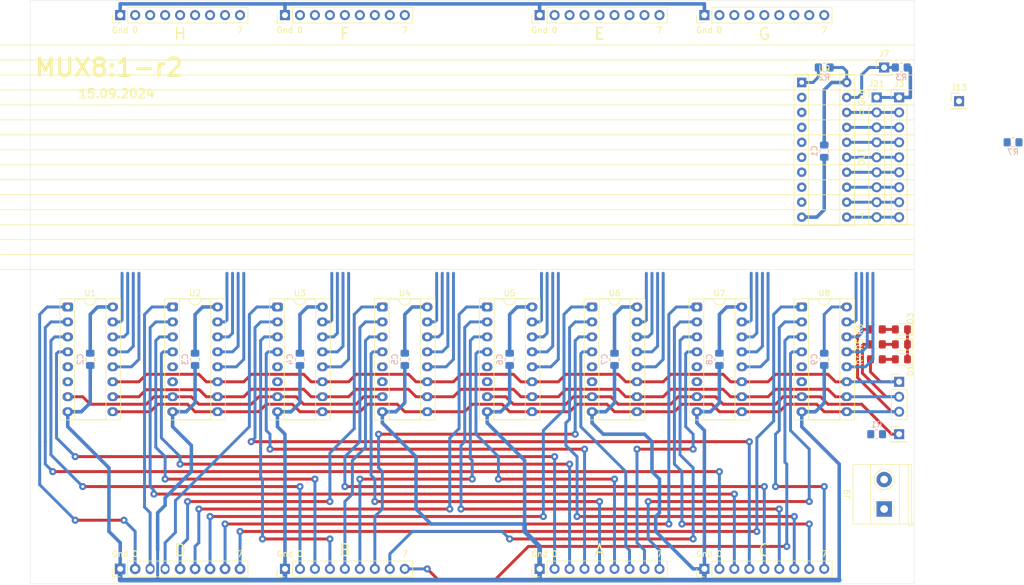
<source format=kicad_pcb>
(kicad_pcb (version 20171130) (host pcbnew "(5.1.8)-1")
  (layers (0 F.Cu signal) (31 B.Cu signal) (34 B.Paste user) (35 F.Paste user) (36 B.SilkS user) (37 F.SilkS user) (38 B.Mask user) (39 F.Mask user) (44 Edge.Cuts user))
  (net 0 "")
  (net 1 GND)
  (net 2 VCC)
  (net 3 "Net-(D1-Pad2)")
  (net 4 "Net-(D2-Pad2)")
  (net 5 "Net-(D3-Pad2)")
  (net 6 /A7)
  (net 7 /A6)
  (net 8 /A5)
  (net 9 /A4)
  (net 10 /A3)
  (net 11 /A2)
  (net 12 /A1)
  (net 13 /A0)
  (net 14 /E7)
  (net 15 /E6)
  (net 16 /E5)
  (net 17 /E4)
  (net 18 /E3)
  (net 19 /E2)
  (net 20 /E1)
  (net 21 /E0)
  (net 22 /BUS7)
  (net 23 /BUS6)
  (net 24 /BUS5)
  (net 25 /BUS4)
  (net 26 /BUS3)
  (net 27 /BUS2)
  (net 28 /BUS1)
  (net 29 /BUS0)
  (net 30 /B7)
  (net 31 /B6)
  (net 32 /B5)
  (net 33 /B4)
  (net 34 /B3)
  (net 35 /B2)
  (net 36 /B1)
  (net 37 /B0)
  (net 38 /F7)
  (net 39 /F6)
  (net 40 /F5)
  (net 41 /F4)
  (net 42 /F3)
  (net 43 /F2)
  (net 44 /F1)
  (net 45 /F0)
  (net 46 /~OE)
  (net 47 /S2)
  (net 48 /S1)
  (net 49 /S0)
  (net 50 /C7)
  (net 51 /C6)
  (net 52 /C5)
  (net 53 /C4)
  (net 54 /C3)
  (net 55 /C2)
  (net 56 /C1)
  (net 57 /C0)
  (net 58 /G7)
  (net 59 /G6)
  (net 60 /G5)
  (net 61 /G4)
  (net 62 /G3)
  (net 63 /G2)
  (net 64 /G1)
  (net 65 /G0)
  (net 66 /~EL)
  (net 67 /D7)
  (net 68 /D6)
  (net 69 /D5)
  (net 70 /D4)
  (net 71 /D3)
  (net 72 /D2)
  (net 73 /D1)
  (net 74 /D0)
  (net 75 /H7)
  (net 76 /H6)
  (net 77 /H5)
  (net 78 /H4)
  (net 79 /H3)
  (net 80 /H2)
  (net 81 /H1)
  (net 82 /H0)
  (net 83 /~EH)
  (net 84 "Net-(R2-Pad1)")
  (net 85 "Net-(U1-Pad6)")
  (net 86 /O0)
  (net 87 "Net-(U2-Pad6)")
  (net 88 /O1)
  (net 89 "Net-(U3-Pad6)")
  (net 90 /O2)
  (net 91 "Net-(U4-Pad6)")
  (net 92 /O3)
  (net 93 "Net-(U5-Pad6)")
  (net 94 /O4)
  (net 95 "Net-(U6-Pad6)")
  (net 96 /O5)
  (net 97 "Net-(U7-Pad6)")
  (net 98 /O6)
  (net 99 "Net-(U8-Pad6)")
  (net 100 /O7)
  (module Capacitor_SMD:C_0805_2012Metric_Pad1.18x1.45mm_HandSolder (layer B.Cu) (at 162.56 91.44 270)
    (fp_text reference C9 (at 0 1.68 270) (layer B.SilkS) (effects (justify mirror)))
    (fp_text value 0.1uF)
    (pad 2 smd roundrect (at 1.0375 0 270) (size 1.175 1.45) (layers B.Cu B.Paste B.Mask) (roundrect_rratio 0.212766) (net 1 GND))
    (pad 1 smd roundrect (at -1.0375 0 270) (size 1.175 1.45) (layers B.Cu B.Paste B.Mask) (roundrect_rratio 0.212766) (net 2 VCC))
  )
  (module Capacitor_SMD:C_0805_2012Metric_Pad1.18x1.45mm_HandSolder (layer B.Cu) (at 144.78 91.44 270)
    (fp_text reference C8 (at 0 1.68 270) (layer B.SilkS) (effects (justify mirror)))
    (fp_text value 0.1uF)
    (pad 2 smd roundrect (at 1.0375 0 270) (size 1.175 1.45) (layers B.Cu B.Paste B.Mask) (roundrect_rratio 0.212766) (net 1 GND))
    (pad 1 smd roundrect (at -1.0375 0 270) (size 1.175 1.45) (layers B.Cu B.Paste B.Mask) (roundrect_rratio 0.212766) (net 2 VCC))
  )
  (module Capacitor_SMD:C_0805_2012Metric_Pad1.18x1.45mm_HandSolder (layer B.Cu) (at 127 91.44 270)
    (fp_text reference C7 (at 0 1.68 270) (layer B.SilkS) (effects (justify mirror)))
    (fp_text value 0.1uF)
    (pad 2 smd roundrect (at 1.0375 0 270) (size 1.175 1.45) (layers B.Cu B.Paste B.Mask) (roundrect_rratio 0.212766) (net 1 GND))
    (pad 1 smd roundrect (at -1.0375 0 270) (size 1.175 1.45) (layers B.Cu B.Paste B.Mask) (roundrect_rratio 0.212766) (net 2 VCC))
  )
  (module Capacitor_SMD:C_0805_2012Metric_Pad1.18x1.45mm_HandSolder (layer B.Cu) (at 109.22 91.44 270)
    (fp_text reference C6 (at 0 1.68 270) (layer B.SilkS) (effects (justify mirror)))
    (fp_text value 0.1uF)
    (pad 2 smd roundrect (at 1.0375 0 270) (size 1.175 1.45) (layers B.Cu B.Paste B.Mask) (roundrect_rratio 0.212766) (net 1 GND))
    (pad 1 smd roundrect (at -1.0375 0 270) (size 1.175 1.45) (layers B.Cu B.Paste B.Mask) (roundrect_rratio 0.212766) (net 2 VCC))
  )
  (module Capacitor_SMD:C_0805_2012Metric_Pad1.18x1.45mm_HandSolder (layer B.Cu) (at 91.44 91.44 270)
    (fp_text reference C5 (at 0 1.68 270) (layer B.SilkS) (effects (justify mirror)))
    (fp_text value 0.1uF)
    (pad 2 smd roundrect (at 1.0375 0 270) (size 1.175 1.45) (layers B.Cu B.Paste B.Mask) (roundrect_rratio 0.212766) (net 1 GND))
    (pad 1 smd roundrect (at -1.0375 0 270) (size 1.175 1.45) (layers B.Cu B.Paste B.Mask) (roundrect_rratio 0.212766) (net 2 VCC))
  )
  (module Capacitor_SMD:C_0805_2012Metric_Pad1.18x1.45mm_HandSolder (layer B.Cu) (at 73.66 91.44 270)
    (fp_text reference C4 (at 0 1.68 270) (layer B.SilkS) (effects (justify mirror)))
    (fp_text value 0.1uF)
    (pad 2 smd roundrect (at 1.0375 0 270) (size 1.175 1.45) (layers B.Cu B.Paste B.Mask) (roundrect_rratio 0.212766) (net 1 GND))
    (pad 1 smd roundrect (at -1.0375 0 270) (size 1.175 1.45) (layers B.Cu B.Paste B.Mask) (roundrect_rratio 0.212766) (net 2 VCC))
  )
  (module Capacitor_SMD:C_0805_2012Metric_Pad1.18x1.45mm_HandSolder (layer B.Cu) (at 55.88 91.44 270)
    (fp_text reference C3 (at 0 1.68 270) (layer B.SilkS) (effects (justify mirror)))
    (fp_text value 0.1uF)
    (pad 2 smd roundrect (at 1.0375 0 270) (size 1.175 1.45) (layers B.Cu B.Paste B.Mask) (roundrect_rratio 0.212766) (net 1 GND))
    (pad 1 smd roundrect (at -1.0375 0 270) (size 1.175 1.45) (layers B.Cu B.Paste B.Mask) (roundrect_rratio 0.212766) (net 2 VCC))
  )
  (module Capacitor_SMD:C_0805_2012Metric_Pad1.18x1.45mm_HandSolder (layer B.Cu) (at 38.1 91.44 270)
    (fp_text reference C2 (at 0 1.68 270) (layer B.SilkS) (effects (justify mirror)))
    (fp_text value 0.1uF)
    (pad 2 smd roundrect (at 1.0375 0 270) (size 1.175 1.45) (layers B.Cu B.Paste B.Mask) (roundrect_rratio 0.212766) (net 1 GND))
    (pad 1 smd roundrect (at -1.0375 0 270) (size 1.175 1.45) (layers B.Cu B.Paste B.Mask) (roundrect_rratio 0.212766) (net 2 VCC))
  )
  (module Capacitor_SMD:C_0805_2012Metric_Pad1.18x1.45mm_HandSolder (layer B.Cu) (at 162.56 56.1125 270)
    (fp_text reference C1 (at 0 1.68 270) (layer B.SilkS) (effects (justify mirror)))
    (fp_text value 0.1uF)
    (pad 2 smd roundrect (at 1.0375 0 270) (size 1.175 1.45) (layers B.Cu B.Paste B.Mask) (roundrect_rratio 0.212766) (net 1 GND))
    (pad 1 smd roundrect (at -1.0375 0 270) (size 1.175 1.45) (layers B.Cu B.Paste B.Mask) (roundrect_rratio 0.212766) (net 2 VCC))
  )
  (module Connector_PinHeader_2.54mm:PinHeader_1x01_P2.54mm_Vertical (layer F.Cu) (at 175.26 104.14)
    (fp_text reference J20 hide)
    (fp_text value Conn_01x01_Male)
    (pad 1 thru_hole rect (at 0 0) (size 1.7 1.7) (drill 1) (layers *.Cu *.Mask) (net 83 /~EH))
  )
  (module Connector_PinHeader_2.54mm:PinHeader_1x09_P2.54mm_Vertical (layer F.Cu) (at 142.24 127 90)
    (fp_text reference J11 hide)
    (fp_text value Conn_01x09_Male)
    (pad 9 thru_hole oval (at 0 20.32 90) (size 1.7 1.7) (drill 1) (layers *.Cu *.Mask) (net 50 /C7))
    (pad 8 thru_hole oval (at 0 17.78 90) (size 1.7 1.7) (drill 1) (layers *.Cu *.Mask) (net 51 /C6))
    (pad 7 thru_hole oval (at 0 15.24 90) (size 1.7 1.7) (drill 1) (layers *.Cu *.Mask) (net 52 /C5))
    (pad 6 thru_hole oval (at 0 12.7 90) (size 1.7 1.7) (drill 1) (layers *.Cu *.Mask) (net 53 /C4))
    (pad 5 thru_hole oval (at 0 10.16 90) (size 1.7 1.7) (drill 1) (layers *.Cu *.Mask) (net 54 /C3))
    (pad 4 thru_hole oval (at 0 7.62 90) (size 1.7 1.7) (drill 1) (layers *.Cu *.Mask) (net 55 /C2))
    (pad 3 thru_hole oval (at 0 5.08 90) (size 1.7 1.7) (drill 1) (layers *.Cu *.Mask) (net 56 /C1))
    (pad 2 thru_hole oval (at 0 2.54 90) (size 1.7 1.7) (drill 1) (layers *.Cu *.Mask) (net 57 /C0))
    (pad 1 thru_hole rect (at 0 0 90) (size 1.7 1.7) (drill 1) (layers *.Cu *.Mask) (net 1 GND))
  )
  (module MountingHole:MountingHole_3.2mm_M3 (layer F.Cu) (at 172.72 124.46)
    (fp_text reference H6 hide)
    (fp_text value MountingHole)
    (pad 1 np_thru_hole circle (at 0 0) (size 3.2 3.2) (drill 3.2) (layers *.Cu *.Mask))
  )
  (module MountingHole:MountingHole_3.2mm_M3 (layer F.Cu) (at 172.72 35.56)
    (fp_text reference H5 hide)
    (fp_text value MountingHole)
    (pad 1 np_thru_hole circle (at 0 0) (size 3.2 3.2) (drill 3.2) (layers *.Cu *.Mask))
  )
  (module Package_DIP:DIP-20_W7.62mm_Socket (layer F.Cu) (at 158.75 44.45)
    (fp_text reference U9 (at 3.81 -2.33) (layer F.SilkS))
    (fp_text value 74HC245)
    (pad 20 thru_hole oval (at 7.62 0) (size 1.6 1.6) (drill 0.8) (layers *.Cu *.Mask) (net 2 VCC))
    (pad 10 thru_hole oval (at 0 22.86) (size 1.6 1.6) (drill 0.8) (layers *.Cu *.Mask) (net 1 GND))
    (pad 19 thru_hole oval (at 7.62 2.54) (size 1.6 1.6) (drill 0.8) (layers *.Cu *.Mask) (net 46 /~OE))
    (pad 9 thru_hole oval (at 0 20.32) (size 1.6 1.6) (drill 0.8) (layers *.Cu *.Mask) (net 100 /O7))
    (pad 18 thru_hole oval (at 7.62 5.08) (size 1.6 1.6) (drill 0.8) (layers *.Cu *.Mask) (net 29 /BUS0))
    (pad 8 thru_hole oval (at 0 17.78) (size 1.6 1.6) (drill 0.8) (layers *.Cu *.Mask) (net 98 /O6))
    (pad 17 thru_hole oval (at 7.62 7.62) (size 1.6 1.6) (drill 0.8) (layers *.Cu *.Mask) (net 28 /BUS1))
    (pad 7 thru_hole oval (at 0 15.24) (size 1.6 1.6) (drill 0.8) (layers *.Cu *.Mask) (net 96 /O5))
    (pad 16 thru_hole oval (at 7.62 10.16) (size 1.6 1.6) (drill 0.8) (layers *.Cu *.Mask) (net 27 /BUS2))
    (pad 6 thru_hole oval (at 0 12.7) (size 1.6 1.6) (drill 0.8) (layers *.Cu *.Mask) (net 94 /O4))
    (pad 15 thru_hole oval (at 7.62 12.7) (size 1.6 1.6) (drill 0.8) (layers *.Cu *.Mask) (net 26 /BUS3))
    (pad 5 thru_hole oval (at 0 10.16) (size 1.6 1.6) (drill 0.8) (layers *.Cu *.Mask) (net 92 /O3))
    (pad 14 thru_hole oval (at 7.62 15.24) (size 1.6 1.6) (drill 0.8) (layers *.Cu *.Mask) (net 25 /BUS4))
    (pad 4 thru_hole oval (at 0 7.62) (size 1.6 1.6) (drill 0.8) (layers *.Cu *.Mask) (net 90 /O2))
    (pad 13 thru_hole oval (at 7.62 17.78) (size 1.6 1.6) (drill 0.8) (layers *.Cu *.Mask) (net 24 /BUS5))
    (pad 3 thru_hole oval (at 0 5.08) (size 1.6 1.6) (drill 0.8) (layers *.Cu *.Mask) (net 88 /O1))
    (pad 12 thru_hole oval (at 7.62 20.32) (size 1.6 1.6) (drill 0.8) (layers *.Cu *.Mask) (net 23 /BUS6))
    (pad 2 thru_hole oval (at 0 2.54) (size 1.6 1.6) (drill 0.8) (layers *.Cu *.Mask) (net 86 /O0))
    (pad 11 thru_hole oval (at 7.62 22.86) (size 1.6 1.6) (drill 0.8) (layers *.Cu *.Mask) (net 22 /BUS7))
    (pad 1 thru_hole rect (at 0 0) (size 1.6 1.6) (drill 0.8) (layers *.Cu *.Mask) (net 84 "Net-(R2-Pad1)"))
  )
  (module Package_DIP:DIP-16_W7.62mm_Socket (layer F.Cu) (at 158.75 82.55)
    (fp_text reference U8 (at 3.81 -2.33) (layer F.SilkS))
    (fp_text value 74LS151)
    (pad 16 thru_hole oval (at 7.62 0) (size 1.8 1.5) (drill 0.8) (layers *.Cu *.Mask) (net 2 VCC))
    (pad 8 thru_hole oval (at 0 17.78) (size 1.8 1.5) (drill 0.8) (layers *.Cu *.Mask) (net 1 GND))
    (pad 15 thru_hole oval (at 7.62 2.54) (size 1.8 1.5) (drill 0.8) (layers *.Cu *.Mask) (net 14 /E7))
    (pad 7 thru_hole oval (at 0 15.24) (size 1.8 1.5) (drill 0.8) (layers *.Cu *.Mask) (net 83 /~EH))
    (pad 14 thru_hole oval (at 7.62 5.08) (size 1.8 1.5) (drill 0.8) (layers *.Cu *.Mask) (net 38 /F7))
    (pad 6 thru_hole oval (at 0 12.7) (size 1.8 1.5) (drill 0.8) (layers *.Cu *.Mask) (net 99 "Net-(U8-Pad6)"))
    (pad 13 thru_hole oval (at 7.62 7.62) (size 1.8 1.5) (drill 0.8) (layers *.Cu *.Mask) (net 58 /G7))
    (pad 5 thru_hole oval (at 0 10.16) (size 1.8 1.5) (drill 0.8) (layers *.Cu *.Mask) (net 100 /O7))
    (pad 12 thru_hole oval (at 7.62 10.16) (size 1.8 1.5) (drill 0.8) (layers *.Cu *.Mask) (net 75 /H7))
    (pad 4 thru_hole oval (at 0 7.62) (size 1.8 1.5) (drill 0.8) (layers *.Cu *.Mask) (net 6 /A7))
    (pad 11 thru_hole oval (at 7.62 12.7) (size 1.8 1.5) (drill 0.8) (layers *.Cu *.Mask) (net 49 /S0))
    (pad 3 thru_hole oval (at 0 5.08) (size 1.8 1.5) (drill 0.8) (layers *.Cu *.Mask) (net 30 /B7))
    (pad 10 thru_hole oval (at 7.62 15.24) (size 1.8 1.5) (drill 0.8) (layers *.Cu *.Mask) (net 48 /S1))
    (pad 2 thru_hole oval (at 0 2.54) (size 1.8 1.5) (drill 0.8) (layers *.Cu *.Mask) (net 50 /C7))
    (pad 9 thru_hole oval (at 7.62 17.78) (size 1.8 1.5) (drill 0.8) (layers *.Cu *.Mask) (net 47 /S2))
    (pad 1 thru_hole roundrect (at 0 0) (size 1.8 1.5) (drill 0.8) (layers *.Cu *.Mask) (net 67 /D7))
  )
  (module Package_DIP:DIP-16_W7.62mm_Socket (layer F.Cu) (at 140.97 82.55)
    (fp_text reference U7 (at 3.81 -2.33) (layer F.SilkS))
    (fp_text value 74LS151)
    (pad 16 thru_hole oval (at 7.62 0) (size 1.8 1.5) (drill 0.8) (layers *.Cu *.Mask) (net 2 VCC))
    (pad 8 thru_hole oval (at 0 17.78) (size 1.8 1.5) (drill 0.8) (layers *.Cu *.Mask) (net 1 GND))
    (pad 15 thru_hole oval (at 7.62 2.54) (size 1.8 1.5) (drill 0.8) (layers *.Cu *.Mask) (net 15 /E6))
    (pad 7 thru_hole oval (at 0 15.24) (size 1.8 1.5) (drill 0.8) (layers *.Cu *.Mask) (net 83 /~EH))
    (pad 14 thru_hole oval (at 7.62 5.08) (size 1.8 1.5) (drill 0.8) (layers *.Cu *.Mask) (net 39 /F6))
    (pad 6 thru_hole oval (at 0 12.7) (size 1.8 1.5) (drill 0.8) (layers *.Cu *.Mask) (net 97 "Net-(U7-Pad6)"))
    (pad 13 thru_hole oval (at 7.62 7.62) (size 1.8 1.5) (drill 0.8) (layers *.Cu *.Mask) (net 59 /G6))
    (pad 5 thru_hole oval (at 0 10.16) (size 1.8 1.5) (drill 0.8) (layers *.Cu *.Mask) (net 98 /O6))
    (pad 12 thru_hole oval (at 7.62 10.16) (size 1.8 1.5) (drill 0.8) (layers *.Cu *.Mask) (net 76 /H6))
    (pad 4 thru_hole oval (at 0 7.62) (size 1.8 1.5) (drill 0.8) (layers *.Cu *.Mask) (net 7 /A6))
    (pad 11 thru_hole oval (at 7.62 12.7) (size 1.8 1.5) (drill 0.8) (layers *.Cu *.Mask) (net 49 /S0))
    (pad 3 thru_hole oval (at 0 5.08) (size 1.8 1.5) (drill 0.8) (layers *.Cu *.Mask) (net 31 /B6))
    (pad 10 thru_hole oval (at 7.62 15.24) (size 1.8 1.5) (drill 0.8) (layers *.Cu *.Mask) (net 48 /S1))
    (pad 2 thru_hole oval (at 0 2.54) (size 1.8 1.5) (drill 0.8) (layers *.Cu *.Mask) (net 51 /C6))
    (pad 9 thru_hole oval (at 7.62 17.78) (size 1.8 1.5) (drill 0.8) (layers *.Cu *.Mask) (net 47 /S2))
    (pad 1 thru_hole roundrect (at 0 0) (size 1.8 1.5) (drill 0.8) (layers *.Cu *.Mask) (net 68 /D6))
  )
  (module Package_DIP:DIP-16_W7.62mm_Socket (layer F.Cu) (at 123.19 82.55)
    (fp_text reference U6 (at 3.81 -2.33) (layer F.SilkS))
    (fp_text value 74LS151)
    (pad 16 thru_hole oval (at 7.62 0) (size 1.8 1.5) (drill 0.8) (layers *.Cu *.Mask) (net 2 VCC))
    (pad 8 thru_hole oval (at 0 17.78) (size 1.8 1.5) (drill 0.8) (layers *.Cu *.Mask) (net 1 GND))
    (pad 15 thru_hole oval (at 7.62 2.54) (size 1.8 1.5) (drill 0.8) (layers *.Cu *.Mask) (net 16 /E5))
    (pad 7 thru_hole oval (at 0 15.24) (size 1.8 1.5) (drill 0.8) (layers *.Cu *.Mask) (net 83 /~EH))
    (pad 14 thru_hole oval (at 7.62 5.08) (size 1.8 1.5) (drill 0.8) (layers *.Cu *.Mask) (net 40 /F5))
    (pad 6 thru_hole oval (at 0 12.7) (size 1.8 1.5) (drill 0.8) (layers *.Cu *.Mask) (net 95 "Net-(U6-Pad6)"))
    (pad 13 thru_hole oval (at 7.62 7.62) (size 1.8 1.5) (drill 0.8) (layers *.Cu *.Mask) (net 60 /G5))
    (pad 5 thru_hole oval (at 0 10.16) (size 1.8 1.5) (drill 0.8) (layers *.Cu *.Mask) (net 96 /O5))
    (pad 12 thru_hole oval (at 7.62 10.16) (size 1.8 1.5) (drill 0.8) (layers *.Cu *.Mask) (net 77 /H5))
    (pad 4 thru_hole oval (at 0 7.62) (size 1.8 1.5) (drill 0.8) (layers *.Cu *.Mask) (net 8 /A5))
    (pad 11 thru_hole oval (at 7.62 12.7) (size 1.8 1.5) (drill 0.8) (layers *.Cu *.Mask) (net 49 /S0))
    (pad 3 thru_hole oval (at 0 5.08) (size 1.8 1.5) (drill 0.8) (layers *.Cu *.Mask) (net 32 /B5))
    (pad 10 thru_hole oval (at 7.62 15.24) (size 1.8 1.5) (drill 0.8) (layers *.Cu *.Mask) (net 48 /S1))
    (pad 2 thru_hole oval (at 0 2.54) (size 1.8 1.5) (drill 0.8) (layers *.Cu *.Mask) (net 52 /C5))
    (pad 9 thru_hole oval (at 7.62 17.78) (size 1.8 1.5) (drill 0.8) (layers *.Cu *.Mask) (net 47 /S2))
    (pad 1 thru_hole roundrect (at 0 0) (size 1.8 1.5) (drill 0.8) (layers *.Cu *.Mask) (net 69 /D5))
  )
  (module Package_DIP:DIP-16_W7.62mm_Socket (layer F.Cu) (at 105.41 82.55)
    (fp_text reference U5 (at 3.81 -2.33) (layer F.SilkS))
    (fp_text value 74LS151)
    (pad 16 thru_hole oval (at 7.62 0) (size 1.8 1.5) (drill 0.8) (layers *.Cu *.Mask) (net 2 VCC))
    (pad 8 thru_hole oval (at 0 17.78) (size 1.8 1.5) (drill 0.8) (layers *.Cu *.Mask) (net 1 GND))
    (pad 15 thru_hole oval (at 7.62 2.54) (size 1.8 1.5) (drill 0.8) (layers *.Cu *.Mask) (net 17 /E4))
    (pad 7 thru_hole oval (at 0 15.24) (size 1.8 1.5) (drill 0.8) (layers *.Cu *.Mask) (net 83 /~EH))
    (pad 14 thru_hole oval (at 7.62 5.08) (size 1.8 1.5) (drill 0.8) (layers *.Cu *.Mask) (net 41 /F4))
    (pad 6 thru_hole oval (at 0 12.7) (size 1.8 1.5) (drill 0.8) (layers *.Cu *.Mask) (net 93 "Net-(U5-Pad6)"))
    (pad 13 thru_hole oval (at 7.62 7.62) (size 1.8 1.5) (drill 0.8) (layers *.Cu *.Mask) (net 61 /G4))
    (pad 5 thru_hole oval (at 0 10.16) (size 1.8 1.5) (drill 0.8) (layers *.Cu *.Mask) (net 94 /O4))
    (pad 12 thru_hole oval (at 7.62 10.16) (size 1.8 1.5) (drill 0.8) (layers *.Cu *.Mask) (net 78 /H4))
    (pad 4 thru_hole oval (at 0 7.62) (size 1.8 1.5) (drill 0.8) (layers *.Cu *.Mask) (net 9 /A4))
    (pad 11 thru_hole oval (at 7.62 12.7) (size 1.8 1.5) (drill 0.8) (layers *.Cu *.Mask) (net 49 /S0))
    (pad 3 thru_hole oval (at 0 5.08) (size 1.8 1.5) (drill 0.8) (layers *.Cu *.Mask) (net 33 /B4))
    (pad 10 thru_hole oval (at 7.62 15.24) (size 1.8 1.5) (drill 0.8) (layers *.Cu *.Mask) (net 48 /S1))
    (pad 2 thru_hole oval (at 0 2.54) (size 1.8 1.5) (drill 0.8) (layers *.Cu *.Mask) (net 53 /C4))
    (pad 9 thru_hole oval (at 7.62 17.78) (size 1.8 1.5) (drill 0.8) (layers *.Cu *.Mask) (net 47 /S2))
    (pad 1 thru_hole roundrect (at 0 0) (size 1.8 1.5) (drill 0.8) (layers *.Cu *.Mask) (net 70 /D4))
  )
  (module Package_DIP:DIP-16_W7.62mm_Socket (layer F.Cu) (at 87.63 82.55)
    (fp_text reference U4 (at 3.81 -2.33) (layer F.SilkS))
    (fp_text value 74LS151)
    (pad 16 thru_hole oval (at 7.62 0) (size 1.8 1.5) (drill 0.8) (layers *.Cu *.Mask) (net 2 VCC))
    (pad 8 thru_hole oval (at 0 17.78) (size 1.8 1.5) (drill 0.8) (layers *.Cu *.Mask) (net 1 GND))
    (pad 15 thru_hole oval (at 7.62 2.54) (size 1.8 1.5) (drill 0.8) (layers *.Cu *.Mask) (net 18 /E3))
    (pad 7 thru_hole oval (at 0 15.24) (size 1.8 1.5) (drill 0.8) (layers *.Cu *.Mask) (net 66 /~EL))
    (pad 14 thru_hole oval (at 7.62 5.08) (size 1.8 1.5) (drill 0.8) (layers *.Cu *.Mask) (net 42 /F3))
    (pad 6 thru_hole oval (at 0 12.7) (size 1.8 1.5) (drill 0.8) (layers *.Cu *.Mask) (net 91 "Net-(U4-Pad6)"))
    (pad 13 thru_hole oval (at 7.62 7.62) (size 1.8 1.5) (drill 0.8) (layers *.Cu *.Mask) (net 62 /G3))
    (pad 5 thru_hole oval (at 0 10.16) (size 1.8 1.5) (drill 0.8) (layers *.Cu *.Mask) (net 92 /O3))
    (pad 12 thru_hole oval (at 7.62 10.16) (size 1.8 1.5) (drill 0.8) (layers *.Cu *.Mask) (net 79 /H3))
    (pad 4 thru_hole oval (at 0 7.62) (size 1.8 1.5) (drill 0.8) (layers *.Cu *.Mask) (net 10 /A3))
    (pad 11 thru_hole oval (at 7.62 12.7) (size 1.8 1.5) (drill 0.8) (layers *.Cu *.Mask) (net 49 /S0))
    (pad 3 thru_hole oval (at 0 5.08) (size 1.8 1.5) (drill 0.8) (layers *.Cu *.Mask) (net 34 /B3))
    (pad 10 thru_hole oval (at 7.62 15.24) (size 1.8 1.5) (drill 0.8) (layers *.Cu *.Mask) (net 48 /S1))
    (pad 2 thru_hole oval (at 0 2.54) (size 1.8 1.5) (drill 0.8) (layers *.Cu *.Mask) (net 54 /C3))
    (pad 9 thru_hole oval (at 7.62 17.78) (size 1.8 1.5) (drill 0.8) (layers *.Cu *.Mask) (net 47 /S2))
    (pad 1 thru_hole roundrect (at 0 0) (size 1.8 1.5) (drill 0.8) (layers *.Cu *.Mask) (net 71 /D3))
  )
  (module Package_DIP:DIP-16_W7.62mm_Socket (layer F.Cu) (at 69.85 82.55)
    (fp_text reference U3 (at 3.81 -2.33) (layer F.SilkS))
    (fp_text value 74LS151)
    (pad 16 thru_hole oval (at 7.62 0) (size 1.8 1.5) (drill 0.8) (layers *.Cu *.Mask) (net 2 VCC))
    (pad 8 thru_hole oval (at 0 17.78) (size 1.8 1.5) (drill 0.8) (layers *.Cu *.Mask) (net 1 GND))
    (pad 15 thru_hole oval (at 7.62 2.54) (size 1.8 1.5) (drill 0.8) (layers *.Cu *.Mask) (net 19 /E2))
    (pad 7 thru_hole oval (at 0 15.24) (size 1.8 1.5) (drill 0.8) (layers *.Cu *.Mask) (net 66 /~EL))
    (pad 14 thru_hole oval (at 7.62 5.08) (size 1.8 1.5) (drill 0.8) (layers *.Cu *.Mask) (net 43 /F2))
    (pad 6 thru_hole oval (at 0 12.7) (size 1.8 1.5) (drill 0.8) (layers *.Cu *.Mask) (net 89 "Net-(U3-Pad6)"))
    (pad 13 thru_hole oval (at 7.62 7.62) (size 1.8 1.5) (drill 0.8) (layers *.Cu *.Mask) (net 63 /G2))
    (pad 5 thru_hole oval (at 0 10.16) (size 1.8 1.5) (drill 0.8) (layers *.Cu *.Mask) (net 90 /O2))
    (pad 12 thru_hole oval (at 7.62 10.16) (size 1.8 1.5) (drill 0.8) (layers *.Cu *.Mask) (net 80 /H2))
    (pad 4 thru_hole oval (at 0 7.62) (size 1.8 1.5) (drill 0.8) (layers *.Cu *.Mask) (net 11 /A2))
    (pad 11 thru_hole oval (at 7.62 12.7) (size 1.8 1.5) (drill 0.8) (layers *.Cu *.Mask) (net 49 /S0))
    (pad 3 thru_hole oval (at 0 5.08) (size 1.8 1.5) (drill 0.8) (layers *.Cu *.Mask) (net 35 /B2))
    (pad 10 thru_hole oval (at 7.62 15.24) (size 1.8 1.5) (drill 0.8) (layers *.Cu *.Mask) (net 48 /S1))
    (pad 2 thru_hole oval (at 0 2.54) (size 1.8 1.5) (drill 0.8) (layers *.Cu *.Mask) (net 55 /C2))
    (pad 9 thru_hole oval (at 7.62 17.78) (size 1.8 1.5) (drill 0.8) (layers *.Cu *.Mask) (net 47 /S2))
    (pad 1 thru_hole roundrect (at 0 0) (size 1.8 1.5) (drill 0.8) (layers *.Cu *.Mask) (net 72 /D2))
  )
  (module Package_DIP:DIP-16_W7.62mm_Socket (layer F.Cu) (at 52.07 82.55)
    (fp_text reference U2 (at 3.81 -2.33) (layer F.SilkS))
    (fp_text value 74LS151)
    (pad 16 thru_hole oval (at 7.62 0) (size 1.8 1.5) (drill 0.8) (layers *.Cu *.Mask) (net 2 VCC))
    (pad 8 thru_hole oval (at 0 17.78) (size 1.8 1.5) (drill 0.8) (layers *.Cu *.Mask) (net 1 GND))
    (pad 15 thru_hole oval (at 7.62 2.54) (size 1.8 1.5) (drill 0.8) (layers *.Cu *.Mask) (net 20 /E1))
    (pad 7 thru_hole oval (at 0 15.24) (size 1.8 1.5) (drill 0.8) (layers *.Cu *.Mask) (net 66 /~EL))
    (pad 14 thru_hole oval (at 7.62 5.08) (size 1.8 1.5) (drill 0.8) (layers *.Cu *.Mask) (net 44 /F1))
    (pad 6 thru_hole oval (at 0 12.7) (size 1.8 1.5) (drill 0.8) (layers *.Cu *.Mask) (net 87 "Net-(U2-Pad6)"))
    (pad 13 thru_hole oval (at 7.62 7.62) (size 1.8 1.5) (drill 0.8) (layers *.Cu *.Mask) (net 64 /G1))
    (pad 5 thru_hole oval (at 0 10.16) (size 1.8 1.5) (drill 0.8) (layers *.Cu *.Mask) (net 88 /O1))
    (pad 12 thru_hole oval (at 7.62 10.16) (size 1.8 1.5) (drill 0.8) (layers *.Cu *.Mask) (net 81 /H1))
    (pad 4 thru_hole oval (at 0 7.62) (size 1.8 1.5) (drill 0.8) (layers *.Cu *.Mask) (net 12 /A1))
    (pad 11 thru_hole oval (at 7.62 12.7) (size 1.8 1.5) (drill 0.8) (layers *.Cu *.Mask) (net 49 /S0))
    (pad 3 thru_hole oval (at 0 5.08) (size 1.8 1.5) (drill 0.8) (layers *.Cu *.Mask) (net 36 /B1))
    (pad 10 thru_hole oval (at 7.62 15.24) (size 1.8 1.5) (drill 0.8) (layers *.Cu *.Mask) (net 48 /S1))
    (pad 2 thru_hole oval (at 0 2.54) (size 1.8 1.5) (drill 0.8) (layers *.Cu *.Mask) (net 56 /C1))
    (pad 9 thru_hole oval (at 7.62 17.78) (size 1.8 1.5) (drill 0.8) (layers *.Cu *.Mask) (net 47 /S2))
    (pad 1 thru_hole roundrect (at 0 0) (size 1.8 1.5) (drill 0.8) (layers *.Cu *.Mask) (net 73 /D1))
  )
  (module Package_DIP:DIP-16_W7.62mm_Socket (layer F.Cu) (at 34.29 82.55)
    (fp_text reference U1 (at 3.81 -2.33) (layer F.SilkS))
    (fp_text value 74LS151)
    (pad 16 thru_hole oval (at 7.62 0) (size 1.8 1.5) (drill 0.8) (layers *.Cu *.Mask) (net 2 VCC))
    (pad 8 thru_hole oval (at 0 17.78) (size 1.8 1.5) (drill 0.8) (layers *.Cu *.Mask) (net 1 GND))
    (pad 15 thru_hole oval (at 7.62 2.54) (size 1.8 1.5) (drill 0.8) (layers *.Cu *.Mask) (net 21 /E0))
    (pad 7 thru_hole oval (at 0 15.24) (size 1.8 1.5) (drill 0.8) (layers *.Cu *.Mask) (net 66 /~EL))
    (pad 14 thru_hole oval (at 7.62 5.08) (size 1.8 1.5) (drill 0.8) (layers *.Cu *.Mask) (net 45 /F0))
    (pad 6 thru_hole oval (at 0 12.7) (size 1.8 1.5) (drill 0.8) (layers *.Cu *.Mask) (net 85 "Net-(U1-Pad6)"))
    (pad 13 thru_hole oval (at 7.62 7.62) (size 1.8 1.5) (drill 0.8) (layers *.Cu *.Mask) (net 65 /G0))
    (pad 5 thru_hole oval (at 0 10.16) (size 1.8 1.5) (drill 0.8) (layers *.Cu *.Mask) (net 86 /O0))
    (pad 12 thru_hole oval (at 7.62 10.16) (size 1.8 1.5) (drill 0.8) (layers *.Cu *.Mask) (net 82 /H0))
    (pad 4 thru_hole oval (at 0 7.62) (size 1.8 1.5) (drill 0.8) (layers *.Cu *.Mask) (net 13 /A0))
    (pad 11 thru_hole oval (at 7.62 12.7) (size 1.8 1.5) (drill 0.8) (layers *.Cu *.Mask) (net 49 /S0))
    (pad 3 thru_hole oval (at 0 5.08) (size 1.8 1.5) (drill 0.8) (layers *.Cu *.Mask) (net 37 /B0))
    (pad 10 thru_hole oval (at 7.62 15.24) (size 1.8 1.5) (drill 0.8) (layers *.Cu *.Mask) (net 48 /S1))
    (pad 2 thru_hole oval (at 0 2.54) (size 1.8 1.5) (drill 0.8) (layers *.Cu *.Mask) (net 57 /C0))
    (pad 9 thru_hole oval (at 7.62 17.78) (size 1.8 1.5) (drill 0.8) (layers *.Cu *.Mask) (net 47 /S2))
    (pad 1 thru_hole roundrect (at 0 0) (size 1.8 1.5) (drill 0.8) (layers *.Cu *.Mask) (net 74 /D0))
  )
  (module Resistor_SMD:R_0805_2012Metric_Pad1.20x1.40mm_HandSolder (layer B.Cu) (at 194.58 54.61)
    (fp_text reference R7 (at 0 1.65) (layer B.SilkS) (effects (justify mirror)))
    (fp_text value 10k)
    (pad 2 smd roundrect (at 1 0) (size 1.2 1.4) (layers B.Cu B.Paste B.Mask) (roundrect_rratio 0.2083325) (net 1 GND))
    (pad 1 smd roundrect (at -1 0) (size 1.2 1.4) (layers B.Cu B.Paste B.Mask) (roundrect_rratio 0.2083325) (net 66 /~EL))
  )
  (module Resistor_SMD:R_0805_2012Metric_Pad1.20x1.40mm_HandSolder (layer F.Cu) (at 171.4025 86.36 180)
    (fp_text reference R6 (at 2.81 0 270) (layer F.SilkS))
    (fp_text value 1k)
    (pad 2 smd roundrect (at 1 0 180) (size 1.2 1.4) (layers F.Cu F.Paste F.Mask) (roundrect_rratio 0.2083325) (net 47 /S2))
    (pad 1 smd roundrect (at -1 0 180) (size 1.2 1.4) (layers F.Cu F.Paste F.Mask) (roundrect_rratio 0.2083325) (net 5 "Net-(D3-Pad2)"))
  )
  (module Resistor_SMD:R_0805_2012Metric_Pad1.20x1.40mm_HandSolder (layer F.Cu) (at 171.4025 88.9 180)
    (fp_text reference R5 (at 2.81 0 270) (layer F.SilkS))
    (fp_text value 1k)
    (pad 2 smd roundrect (at 1 0 180) (size 1.2 1.4) (layers F.Cu F.Paste F.Mask) (roundrect_rratio 0.2083325) (net 48 /S1))
    (pad 1 smd roundrect (at -1 0 180) (size 1.2 1.4) (layers F.Cu F.Paste F.Mask) (roundrect_rratio 0.2083325) (net 4 "Net-(D2-Pad2)"))
  )
  (module Resistor_SMD:R_0805_2012Metric_Pad1.20x1.40mm_HandSolder (layer F.Cu) (at 171.4025 91.44 180)
    (fp_text reference R4 (at 2.81 0 270) (layer F.SilkS))
    (fp_text value 1k)
    (pad 2 smd roundrect (at 1 0 180) (size 1.2 1.4) (layers F.Cu F.Paste F.Mask) (roundrect_rratio 0.2083325) (net 49 /S0))
    (pad 1 smd roundrect (at -1 0 180) (size 1.2 1.4) (layers F.Cu F.Paste F.Mask) (roundrect_rratio 0.2083325) (net 3 "Net-(D1-Pad2)"))
  )
  (module Resistor_SMD:R_0805_2012Metric_Pad1.20x1.40mm_HandSolder (layer B.Cu) (at 175.625 41.91)
    (fp_text reference R3 (at 0 1.65) (layer B.SilkS) (effects (justify mirror)))
    (fp_text value 10k)
    (pad 2 smd roundrect (at 1 0) (size 1.2 1.4) (layers B.Cu B.Paste B.Mask) (roundrect_rratio 0.2083325) (net 1 GND))
    (pad 1 smd roundrect (at -1 0) (size 1.2 1.4) (layers B.Cu B.Paste B.Mask) (roundrect_rratio 0.2083325) (net 46 /~OE))
  )
  (module Resistor_SMD:R_0805_2012Metric_Pad1.20x1.40mm_HandSolder (layer B.Cu) (at 162.56 41.91)
    (fp_text reference R2 (at 0 1.65) (layer B.SilkS) (effects (justify mirror)))
    (fp_text value 10k)
    (pad 2 smd roundrect (at 1 0) (size 1.2 1.4) (layers B.Cu B.Paste B.Mask) (roundrect_rratio 0.2083325) (net 2 VCC))
    (pad 1 smd roundrect (at -1 0) (size 1.2 1.4) (layers B.Cu B.Paste B.Mask) (roundrect_rratio 0.2083325) (net 84 "Net-(R2-Pad1)"))
  )
  (module Resistor_SMD:R_0805_2012Metric_Pad1.20x1.40mm_HandSolder (layer B.Cu) (at 171.45 104.14 180)
    (fp_text reference R1 (at 0 1.65) (layer B.SilkS) (effects (justify mirror)))
    (fp_text value 10k)
    (pad 2 smd roundrect (at 1 0 180) (size 1.2 1.4) (layers B.Cu B.Paste B.Mask) (roundrect_rratio 0.2083325) (net 1 GND))
    (pad 1 smd roundrect (at -1 0 180) (size 1.2 1.4) (layers B.Cu B.Paste B.Mask) (roundrect_rratio 0.2083325) (net 83 /~EH))
  )
  (module Connector_PinHeader_2.54mm:PinHeader_1x09_P2.54mm_Vertical (layer F.Cu) (at 171.45 46.99)
    (fp_text reference J21 (at 0 -2.33) (layer F.SilkS))
    (fp_text value Conn_01x09_Male)
    (pad 9 thru_hole oval (at 0 20.32) (size 1.7 1.7) (drill 1) (layers *.Cu *.Mask) (net 22 /BUS7))
    (pad 8 thru_hole oval (at 0 17.78) (size 1.7 1.7) (drill 1) (layers *.Cu *.Mask) (net 23 /BUS6))
    (pad 7 thru_hole oval (at 0 15.24) (size 1.7 1.7) (drill 1) (layers *.Cu *.Mask) (net 24 /BUS5))
    (pad 6 thru_hole oval (at 0 12.7) (size 1.7 1.7) (drill 1) (layers *.Cu *.Mask) (net 25 /BUS4))
    (pad 5 thru_hole oval (at 0 10.16) (size 1.7 1.7) (drill 1) (layers *.Cu *.Mask) (net 26 /BUS3))
    (pad 4 thru_hole oval (at 0 7.62) (size 1.7 1.7) (drill 1) (layers *.Cu *.Mask) (net 27 /BUS2))
    (pad 3 thru_hole oval (at 0 5.08) (size 1.7 1.7) (drill 1) (layers *.Cu *.Mask) (net 28 /BUS1))
    (pad 2 thru_hole oval (at 0 2.54) (size 1.7 1.7) (drill 1) (layers *.Cu *.Mask) (net 29 /BUS0))
    (pad 1 thru_hole rect (at 0 0) (size 1.7 1.7) (drill 1) (layers *.Cu *.Mask) (net 1 GND))
  )
  (module Connector_PinHeader_2.54mm:PinHeader_1x09_P2.54mm_Vertical (layer F.Cu) (at 43.18 33.02 90)
    (fp_text reference J16 hide)
    (fp_text value Conn_01x09_Male)
    (pad 9 thru_hole oval (at 0 20.32 90) (size 1.7 1.7) (drill 1) (layers *.Cu *.Mask) (net 75 /H7))
    (pad 8 thru_hole oval (at 0 17.78 90) (size 1.7 1.7) (drill 1) (layers *.Cu *.Mask) (net 76 /H6))
    (pad 7 thru_hole oval (at 0 15.24 90) (size 1.7 1.7) (drill 1) (layers *.Cu *.Mask) (net 77 /H5))
    (pad 6 thru_hole oval (at 0 12.7 90) (size 1.7 1.7) (drill 1) (layers *.Cu *.Mask) (net 78 /H4))
    (pad 5 thru_hole oval (at 0 10.16 90) (size 1.7 1.7) (drill 1) (layers *.Cu *.Mask) (net 79 /H3))
    (pad 4 thru_hole oval (at 0 7.62 90) (size 1.7 1.7) (drill 1) (layers *.Cu *.Mask) (net 80 /H2))
    (pad 3 thru_hole oval (at 0 5.08 90) (size 1.7 1.7) (drill 1) (layers *.Cu *.Mask) (net 81 /H1))
    (pad 2 thru_hole oval (at 0 2.54 90) (size 1.7 1.7) (drill 1) (layers *.Cu *.Mask) (net 82 /H0))
    (pad 1 thru_hole rect (at 0 0 90) (size 1.7 1.7) (drill 1) (layers *.Cu *.Mask) (net 1 GND))
  )
  (module Connector_PinHeader_2.54mm:PinHeader_1x09_P2.54mm_Vertical (layer F.Cu) (at 43.18 127 90)
    (fp_text reference J15 hide)
    (fp_text value Conn_01x09_Male)
    (pad 9 thru_hole oval (at 0 20.32 90) (size 1.8 1.8) (drill 1) (layers *.Cu *.Mask) (net 67 /D7))
    (pad 8 thru_hole oval (at 0 17.78 90) (size 1.8 1.8) (drill 1) (layers *.Cu *.Mask) (net 68 /D6))
    (pad 7 thru_hole oval (at 0 15.24 90) (size 1.8 1.8) (drill 1) (layers *.Cu *.Mask) (net 69 /D5))
    (pad 6 thru_hole oval (at 0 12.7 90) (size 1.8 1.8) (drill 1) (layers *.Cu *.Mask) (net 70 /D4))
    (pad 5 thru_hole oval (at 0 10.16 90) (size 1.8 1.8) (drill 1) (layers *.Cu *.Mask) (net 71 /D3))
    (pad 4 thru_hole oval (at 0 7.62 90) (size 1.8 1.5) (drill 1) (layers *.Cu *.Mask) (net 72 /D2))
    (pad 3 thru_hole oval (at 0 5.08 90) (size 1.8 1.5) (drill 1) (layers *.Cu *.Mask) (net 73 /D1))
    (pad 2 thru_hole oval (at 0 2.54 90) (size 1.8 1.8) (drill 1) (layers *.Cu *.Mask) (net 74 /D0))
    (pad 1 thru_hole rect (at 0 0 90) (size 1.8 1.8) (drill 1) (layers *.Cu *.Mask) (net 1 GND))
  )
  (module Connector_PinHeader_2.54mm:PinHeader_1x01_P2.54mm_Vertical (layer F.Cu) (at 185.42 47.625)
    (fp_text reference J13 (at 0 -2.33) (layer F.SilkS))
    (fp_text value Conn_01x01_Male)
    (pad 1 thru_hole rect (at 0 0) (size 1.7 1.7) (drill 1) (layers *.Cu *.Mask) (net 66 /~EL))
  )
  (module Connector_PinHeader_2.54mm:PinHeader_1x09_P2.54mm_Vertical (layer F.Cu) (at 142.24 33.02 90)
    (fp_text reference J12 hide)
    (fp_text value Conn_01x09_Male)
    (pad 9 thru_hole oval (at 0 20.32 90) (size 1.7 1.7) (drill 1) (layers *.Cu *.Mask) (net 58 /G7))
    (pad 8 thru_hole oval (at 0 17.78 90) (size 1.7 1.7) (drill 1) (layers *.Cu *.Mask) (net 59 /G6))
    (pad 7 thru_hole oval (at 0 15.24 90) (size 1.7 1.7) (drill 1) (layers *.Cu *.Mask) (net 60 /G5))
    (pad 6 thru_hole oval (at 0 12.7 90) (size 1.7 1.7) (drill 1) (layers *.Cu *.Mask) (net 61 /G4))
    (pad 5 thru_hole oval (at 0 10.16 90) (size 1.7 1.7) (drill 1) (layers *.Cu *.Mask) (net 62 /G3))
    (pad 4 thru_hole oval (at 0 7.62 90) (size 1.7 1.7) (drill 1) (layers *.Cu *.Mask) (net 63 /G2))
    (pad 3 thru_hole oval (at 0 5.08 90) (size 1.7 1.7) (drill 1) (layers *.Cu *.Mask) (net 64 /G1))
    (pad 2 thru_hole oval (at 0 2.54 90) (size 1.7 1.7) (drill 1) (layers *.Cu *.Mask) (net 65 /G0))
    (pad 1 thru_hole rect (at 0 0 90) (size 1.7 1.7) (drill 1) (layers *.Cu *.Mask) (net 1 GND))
  )
  (module Connector_PinHeader_2.54mm:PinHeader_1x03_P2.54mm_Vertical (layer F.Cu) (at 175.26 95.25)
    (fp_text reference J10 hide)
    (fp_text value Conn_01x03_Male)
    (pad 3 thru_hole oval (at 0 5.08) (size 1.7 1.7) (drill 1) (layers *.Cu *.Mask) (net 47 /S2))
    (pad 2 thru_hole oval (at 0 2.54) (size 1.7 1.7) (drill 1) (layers *.Cu *.Mask) (net 48 /S1))
    (pad 1 thru_hole rect (at 0 0) (size 1.7 1.7) (drill 1) (layers *.Cu *.Mask) (net 49 /S0))
  )
  (module TerminalBlock_Phoenix:TerminalBlock_Phoenix_MKDS-1,5-2_1x02_P5.00mm_Horizontal (layer F.Cu) (at 172.72 116.84 90)
    (fp_text reference J9 (at 2.5 -6.26 90) (layer F.SilkS))
    (fp_text value Screw_Terminal_01x02)
    (pad 2 thru_hole circle (at 5 0 90) (size 2.6 2.6) (drill 1.3) (layers *.Cu *.Mask) (net 1 GND))
    (pad 1 thru_hole rect (at 0 0 90) (size 2.6 2.6) (drill 1.3) (layers *.Cu *.Mask) (net 2 VCC))
  )
  (module Connector_PinHeader_2.54mm:PinHeader_1x01_P2.54mm_Vertical (layer F.Cu) (at 172.72 41.91)
    (fp_text reference J7 (at 0 -2.33) (layer F.SilkS))
    (fp_text value Conn_01x01_Male)
    (pad 1 thru_hole rect (at 0 0) (size 1.7 1.7) (drill 1) (layers *.Cu *.Mask) (net 46 /~OE))
  )
  (module Connector_PinHeader_2.54mm:PinHeader_1x09_P2.54mm_Vertical (layer F.Cu) (at 71.12 33.02 90)
    (fp_text reference J6 hide)
    (fp_text value Conn_01x09_Male)
    (pad 9 thru_hole oval (at 0 20.32 90) (size 1.7 1.7) (drill 1) (layers *.Cu *.Mask) (net 38 /F7))
    (pad 8 thru_hole oval (at 0 17.78 90) (size 1.7 1.7) (drill 1) (layers *.Cu *.Mask) (net 39 /F6))
    (pad 7 thru_hole oval (at 0 15.24 90) (size 1.7 1.7) (drill 1) (layers *.Cu *.Mask) (net 40 /F5))
    (pad 6 thru_hole oval (at 0 12.7 90) (size 1.7 1.7) (drill 1) (layers *.Cu *.Mask) (net 41 /F4))
    (pad 5 thru_hole oval (at 0 10.16 90) (size 1.7 1.7) (drill 1) (layers *.Cu *.Mask) (net 42 /F3))
    (pad 4 thru_hole oval (at 0 7.62 90) (size 1.7 1.7) (drill 1) (layers *.Cu *.Mask) (net 43 /F2))
    (pad 3 thru_hole oval (at 0 5.08 90) (size 1.7 1.7) (drill 1) (layers *.Cu *.Mask) (net 44 /F1))
    (pad 2 thru_hole oval (at 0 2.54 90) (size 1.7 1.7) (drill 1) (layers *.Cu *.Mask) (net 45 /F0))
    (pad 1 thru_hole rect (at 0 0 90) (size 1.7 1.7) (drill 1) (layers *.Cu *.Mask) (net 1 GND))
  )
  (module Connector_PinHeader_2.54mm:PinHeader_1x09_P2.54mm_Vertical (layer F.Cu) (at 71.12 127 90)
    (fp_text reference J5 hide)
    (fp_text value Conn_01x09_Male)
    (pad 9 thru_hole oval (at 0 20.32 90) (size 1.7 1.7) (drill 1) (layers *.Cu *.Mask) (net 30 /B7))
    (pad 8 thru_hole oval (at 0 17.78 90) (size 1.7 1.7) (drill 1) (layers *.Cu *.Mask) (net 31 /B6))
    (pad 7 thru_hole oval (at 0 15.24 90) (size 1.7 1.7) (drill 1) (layers *.Cu *.Mask) (net 32 /B5))
    (pad 6 thru_hole oval (at 0 12.7 90) (size 1.7 1.7) (drill 1) (layers *.Cu *.Mask) (net 33 /B4))
    (pad 5 thru_hole oval (at 0 10.16 90) (size 1.7 1.7) (drill 1) (layers *.Cu *.Mask) (net 34 /B3))
    (pad 4 thru_hole oval (at 0 7.62 90) (size 1.7 1.7) (drill 1) (layers *.Cu *.Mask) (net 35 /B2))
    (pad 3 thru_hole oval (at 0 5.08 90) (size 1.7 1.7) (drill 1) (layers *.Cu *.Mask) (net 36 /B1))
    (pad 2 thru_hole oval (at 0 2.54 90) (size 1.7 1.7) (drill 1) (layers *.Cu *.Mask) (net 37 /B0))
    (pad 1 thru_hole rect (at 0 0 90) (size 1.7 1.7) (drill 1) (layers *.Cu *.Mask) (net 1 GND))
  )
  (module Connector_PinHeader_2.54mm:PinHeader_1x09_P2.54mm_Vertical (layer F.Cu) (at 175.26 46.99)
    (fp_text reference J3 (at 0 -2.33) (layer F.SilkS))
    (fp_text value Conn_01x09_Male)
    (pad 9 thru_hole oval (at 0 20.32) (size 1.7 1.7) (drill 1) (layers *.Cu *.Mask) (net 22 /BUS7))
    (pad 8 thru_hole oval (at 0 17.78) (size 1.7 1.7) (drill 1) (layers *.Cu *.Mask) (net 23 /BUS6))
    (pad 7 thru_hole oval (at 0 15.24) (size 1.7 1.7) (drill 1) (layers *.Cu *.Mask) (net 24 /BUS5))
    (pad 6 thru_hole oval (at 0 12.7) (size 1.7 1.7) (drill 1) (layers *.Cu *.Mask) (net 25 /BUS4))
    (pad 5 thru_hole oval (at 0 10.16) (size 1.7 1.7) (drill 1) (layers *.Cu *.Mask) (net 26 /BUS3))
    (pad 4 thru_hole oval (at 0 7.62) (size 1.7 1.7) (drill 1) (layers *.Cu *.Mask) (net 27 /BUS2))
    (pad 3 thru_hole oval (at 0 5.08) (size 1.7 1.7) (drill 1) (layers *.Cu *.Mask) (net 28 /BUS1))
    (pad 2 thru_hole oval (at 0 2.54) (size 1.7 1.7) (drill 1) (layers *.Cu *.Mask) (net 29 /BUS0))
    (pad 1 thru_hole rect (at 0 0) (size 1.7 1.7) (drill 1) (layers *.Cu *.Mask) (net 1 GND))
  )
  (module Connector_PinHeader_2.54mm:PinHeader_1x09_P2.54mm_Vertical (layer F.Cu) (at 114.3 33.02 90)
    (fp_text reference J2 hide)
    (fp_text value Conn_01x09_Male)
    (pad 9 thru_hole oval (at 0 20.32 90) (size 1.7 1.7) (drill 1) (layers *.Cu *.Mask) (net 14 /E7))
    (pad 8 thru_hole oval (at 0 17.78 90) (size 1.7 1.7) (drill 1) (layers *.Cu *.Mask) (net 15 /E6))
    (pad 7 thru_hole oval (at 0 15.24 90) (size 1.7 1.7) (drill 1) (layers *.Cu *.Mask) (net 16 /E5))
    (pad 6 thru_hole oval (at 0 12.7 90) (size 1.7 1.7) (drill 1) (layers *.Cu *.Mask) (net 17 /E4))
    (pad 5 thru_hole oval (at 0 10.16 90) (size 1.7 1.7) (drill 1) (layers *.Cu *.Mask) (net 18 /E3))
    (pad 4 thru_hole oval (at 0 7.62 90) (size 1.7 1.7) (drill 1) (layers *.Cu *.Mask) (net 19 /E2))
    (pad 3 thru_hole oval (at 0 5.08 90) (size 1.7 1.7) (drill 1) (layers *.Cu *.Mask) (net 20 /E1))
    (pad 2 thru_hole oval (at 0 2.54 90) (size 1.7 1.7) (drill 1) (layers *.Cu *.Mask) (net 21 /E0))
    (pad 1 thru_hole rect (at 0 0 90) (size 1.7 1.7) (drill 1) (layers *.Cu *.Mask) (net 1 GND))
  )
  (module Connector_PinHeader_2.54mm:PinHeader_1x09_P2.54mm_Vertical (layer F.Cu) (at 114.3 127 90)
    (fp_text reference J1 hide)
    (fp_text value Conn_01x09_Male)
    (pad 9 thru_hole oval (at 0 20.32 90) (size 1.7 1.7) (drill 1) (layers *.Cu *.Mask) (net 6 /A7))
    (pad 8 thru_hole oval (at 0 17.78 90) (size 1.7 1.7) (drill 1) (layers *.Cu *.Mask) (net 7 /A6))
    (pad 7 thru_hole oval (at 0 15.24 90) (size 1.7 1.7) (drill 1) (layers *.Cu *.Mask) (net 8 /A5))
    (pad 6 thru_hole oval (at 0 12.7 90) (size 1.7 1.7) (drill 1) (layers *.Cu *.Mask) (net 9 /A4))
    (pad 5 thru_hole oval (at 0 10.16 90) (size 1.7 1.7) (drill 1) (layers *.Cu *.Mask) (net 10 /A3))
    (pad 4 thru_hole oval (at 0 7.62 90) (size 1.7 1.7) (drill 1) (layers *.Cu *.Mask) (net 11 /A2))
    (pad 3 thru_hole oval (at 0 5.08 90) (size 1.7 1.7) (drill 1) (layers *.Cu *.Mask) (net 12 /A1))
    (pad 2 thru_hole oval (at 0 2.54 90) (size 1.7 1.7) (drill 1) (layers *.Cu *.Mask) (net 13 /A0))
    (pad 1 thru_hole rect (at 0 0 90) (size 1.7 1.7) (drill 1) (layers *.Cu *.Mask) (net 1 GND))
  )
  (module MountingHole:MountingHole_3.2mm_M3 (layer F.Cu) (at 102.87 124.46)
    (fp_text reference H4 hide)
    (fp_text value MountingHole)
    (pad 1 np_thru_hole circle (at 0 0) (size 3.2 3.2) (drill 3.2) (layers *.Cu *.Mask))
  )
  (module MountingHole:MountingHole_3.2mm_M3 (layer F.Cu) (at 102.87 35.56)
    (fp_text reference H3 hide)
    (fp_text value MountingHole)
    (pad 1 np_thru_hole circle (at 0 0) (size 3.2 3.2) (drill 3.2) (layers *.Cu *.Mask))
  )
  (module MountingHole:MountingHole_3.2mm_M3 (layer F.Cu) (at 33.02 124.46)
    (fp_text reference H2 hide)
    (fp_text value MountingHole)
    (pad 1 np_thru_hole circle (at 0 0) (size 3.2 3.2) (drill 3.2) (layers *.Cu *.Mask))
  )
  (module MountingHole:MountingHole_3.2mm_M3 (layer F.Cu) (at 33.02 35.56)
    (fp_text reference H1 hide)
    (fp_text value MountingHole)
    (pad 1 np_thru_hole circle (at 0 0) (size 3.2 3.2) (drill 3.2) (layers *.Cu *.Mask))
  )
  (module LED_SMD:LED_0805_2012Metric_Pad1.15x1.40mm_HandSolder (layer F.Cu) (at 175.65 86.36 180)
    (fp_text reference D3 (at -1.515 1.905 270) (layer F.SilkS))
    (fp_text value LED)
    (pad 2 smd roundrect (at 1.025 0 180) (size 1.15 1.4) (layers F.Cu F.Paste F.Mask) (roundrect_rratio 0.2173904347826087) (net 5 "Net-(D3-Pad2)"))
    (pad 1 smd roundrect (at -1.025 0 180) (size 1.15 1.4) (layers F.Cu F.Paste F.Mask) (roundrect_rratio 0.2173904347826087) (net 1 GND))
  )
  (module LED_SMD:LED_0805_2012Metric_Pad1.15x1.40mm_HandSolder (layer F.Cu) (at 175.65 88.9 180)
    (fp_text reference D2 hide)
    (fp_text value LED)
    (pad 2 smd roundrect (at 1.025 0 180) (size 1.15 1.4) (layers F.Cu F.Paste F.Mask) (roundrect_rratio 0.2173904347826087) (net 4 "Net-(D2-Pad2)"))
    (pad 1 smd roundrect (at -1.025 0 180) (size 1.15 1.4) (layers F.Cu F.Paste F.Mask) (roundrect_rratio 0.2173904347826087) (net 1 GND))
  )
  (module LED_SMD:LED_0805_2012Metric_Pad1.15x1.40mm_HandSolder (layer F.Cu) (at 175.65 91.44 180)
    (fp_text reference D1 (at -1.515 -1.905 270) (layer F.SilkS))
    (fp_text value LED)
    (pad 2 smd roundrect (at 1.025 0 180) (size 1.15 1.4) (layers F.Cu F.Paste F.Mask) (roundrect_rratio 0.2173904347826087) (net 3 "Net-(D1-Pad2)"))
    (pad 1 smd roundrect (at -1.025 0 180) (size 1.15 1.4) (layers F.Cu F.Paste F.Mask) (roundrect_rratio 0.2173904347826087) (net 1 GND))
  )
  (gr_line (start 22.86 38.1) (end 177.8 38.1) (layer F.SilkS) (width 0.12))
  (gr_line (start 22.86 45.72) (end 177.8 45.72) (layer F.SilkS) (width 0.12))
  (gr_line (start 22.86 40.64) (end 177.8 40.64) (layer F.SilkS) (width 0.12))
  (gr_line (start 22.86 43.18) (end 177.8 43.18) (layer F.SilkS) (width 0.12))
  (gr_line (start 22.86 55.88) (end 177.8 55.88) (layer F.SilkS) (width 0.12))
  (gr_line (start 22.86 53.34) (end 177.8 53.34) (layer F.SilkS) (width 0.12))
  (gr_line (start 22.86 48.26) (end 177.8 48.26) (layer F.SilkS) (width 0.12))
  (gr_line (start 22.86 50.8) (end 177.8 50.8) (layer F.SilkS) (width 0.12))
  (gr_line (start 22.86 66.04) (end 177.8 66.04) (layer F.SilkS) (width 0.12))
  (gr_line (start 22.86 63.5) (end 177.8 63.5) (layer F.SilkS) (width 0.12))
  (gr_line (start 22.86 58.42) (end 177.8 58.42) (layer F.SilkS) (width 0.12))
  (gr_line (start 22.86 60.96) (end 177.8 60.96) (layer F.SilkS) (width 0.12))
  (gr_line (start 22.86 68.58) (end 177.8 68.58) (layer F.SilkS) (width 0.12))
  (gr_line (start 22.86 71.12) (end 177.8 71.12) (layer F.SilkS) (width 0.12))
  (gr_line (start 22.86 73.66) (end 177.8 73.66) (layer F.SilkS) (width 0.12))
  (gr_line (start 22.86 76.2) (end 177.8 76.2) (layer F.SilkS) (width 0.12))
  (gr_text 15.09.2024 (at 42.545 46.355) (layer F.SilkS) (effects (font (size 1.5 1.5) (thickness 0.3))))
  (gr_text MUX8:1-r2 (at 41.275 41.91) (layer F.SilkS) (effects (font (size 3 3) (thickness 0.5))))
  (gr_text Gnd (at 142.24 124.46) (layer F.SilkS) (effects (font (size 1 1))))
  (gr_text Gnd (at 114.3 124.46) (layer F.SilkS) (effects (font (size 1 1))))
  (gr_text Gnd (at 71.12 124.46) (layer F.SilkS) (effects (font (size 1 1))))
  (gr_text Gnd (at 43.18 124.46) (layer F.SilkS) (effects (font (size 1 1))))
  (gr_text Gnd (at 43.18 35.56) (layer F.SilkS) (effects (font (size 1 1))))
  (gr_text Gnd (at 71.12 35.56) (layer F.SilkS) (effects (font (size 1 1))))
  (gr_text Gnd (at 114.3 35.56) (layer F.SilkS) (effects (font (size 1 1))))
  (gr_text Gnd (at 142.24 35.56) (layer F.SilkS) (effects (font (size 1 1))))
  (gr_text Gnd (at 168.91 46.99 90) (layer F.SilkS) (effects (font (size 1 1))))
  (gr_text 0 (at 168.91 49.53) (layer F.SilkS) (effects (font (size 1 1))))
  (gr_text 7 (at 168.91 67.31) (layer F.SilkS) (effects (font (size 1 1))))
  (gr_text OUT (at 168.91 57.15 90) (layer F.SilkS) (effects (font (size 1 1))))
  (gr_text 0 (at 45.72 35.56) (layer F.SilkS) (effects (font (size 1 1))))
  (gr_text 7 (at 63.5 35.56) (layer F.SilkS) (effects (font (size 1 1))))
  (gr_text 0 (at 73.66 35.56) (layer F.SilkS) (effects (font (size 1 1))))
  (gr_text 7 (at 91.44 35.56) (layer F.SilkS) (effects (font (size 1 1))))
  (gr_text 0 (at 116.84 35.56) (layer F.SilkS) (effects (font (size 1 1))))
  (gr_text 7 (at 134.62 35.56) (layer F.SilkS) (effects (font (size 1 1))))
  (gr_text 0 (at 144.78 35.56) (layer F.SilkS) (effects (font (size 1 1))))
  (gr_text 7 (at 162.56 35.56) (layer F.SilkS) (effects (font (size 1 1))))
  (gr_text 0 (at 144.78 124.46) (layer F.SilkS) (effects (font (size 1 1))))
  (gr_text 7 (at 162.56 124.46) (layer F.SilkS) (effects (font (size 1 1))))
  (gr_text 0 (at 116.84 124.46) (layer F.SilkS) (effects (font (size 1 1))))
  (gr_text 7 (at 134.62 124.46) (layer F.SilkS) (effects (font (size 1 1))))
  (gr_text 0 (at 73.66 124.46) (layer F.SilkS) (effects (font (size 1 1))))
  (gr_text 7 (at 91.44 124.46) (layer F.SilkS) (effects (font (size 1 1))))
  (gr_text 7 (at 63.5 124.46) (layer F.SilkS) (effects (font (size 1 1))))
  (gr_text 0 (at 45.72 124.46) (layer F.SilkS) (effects (font (size 1 1))))
  (gr_text C (at 152.4 123.825) (layer F.SilkS) (effects (font (size 2 2) (thickness 0.25))))
  (gr_text A (at 124.46 123.825) (layer F.SilkS) (effects (font (size 2 2) (thickness 0.25))))
  (gr_text B (at 81.28 123.825) (layer F.SilkS) (effects (font (size 2 2) (thickness 0.25))))
  (gr_text D (at 53.34 123.825) (layer F.SilkS) (effects (font (size 2 2) (thickness 0.25))))
  (gr_text E (at 124.46 36.195) (layer F.SilkS) (effects (font (size 2 2) (thickness 0.25))))
  (gr_text G (at 152.4 36.195) (layer F.SilkS) (effects (font (size 2 2) (thickness 0.25))))
  (gr_text H (at 53.34 36.195) (layer F.SilkS) (effects (font (size 2 2) (thickness 0.25))))
  (gr_text F (at 81.28 36.195) (layer F.SilkS) (effects (font (size 2 2) (thickness 0.25))))
  (gr_line (start 27.94 129.54) (end 27.94 30.48) (layer Edge.Cuts) (width 0.05))
  (gr_line (start 177.8 129.54) (end 27.94 129.54) (layer Edge.Cuts) (width 0.05))
  (gr_line (start 177.8 30.48) (end 177.8 129.54) (layer Edge.Cuts) (width 0.05))
  (gr_line (start 27.94 30.48) (end 177.8 30.48) (layer Edge.Cuts) (width 0.05))
  (segment (start 43.18 31.115) (end 43.18 33.02) (width 0.6) (layer B.Cu) (net 1))
  (segment (start 71.12 128.905) (end 71.12 127) (width 0.8) (layer B.Cu) (net 1))
  (segment (start 43.18 127) (end 43.18 128.905) (width 0.8) (layer B.Cu) (net 1))
  (segment (start 114.3 128.905) (end 114.3 127) (width 0.8) (layer B.Cu) (net 1))
  (segment (start 71.12 128.905) (end 114.3 128.905) (width 0.8) (layer B.Cu) (net 1))
  (segment (start 114.3 128.905) (end 142.24 128.905) (width 0.8) (layer B.Cu) (net 1))
  (segment (start 142.24 128.905) (end 142.24 127) (width 0.8) (layer B.Cu) (net 1))
  (segment (start 171.45 46.99) (end 175.26 46.99) (width 0.5) (layer B.Cu) (net 1))
  (segment (start 177.165 46.99) (end 175.26 46.99) (width 0.6) (layer B.Cu) (net 1))
  (segment (start 176.625 41.91) (end 177.165 41.91) (width 0.5) (layer B.Cu) (net 1))
  (segment (start 177.165 41.91) (end 177.165 46.99) (width 0.6) (layer B.Cu) (net 1))
  (segment (start 43.18 31.115) (end 71.12 31.115) (width 0.6) (layer B.Cu) (net 1))
  (segment (start 71.12 31.115) (end 71.12 33.02) (width 0.6) (layer B.Cu) (net 1))
  (segment (start 71.12 31.115) (end 114.3 31.115) (width 0.6) (layer B.Cu) (net 1))
  (segment (start 114.3 31.115) (end 114.3 33.02) (width 0.6) (layer B.Cu) (net 1))
  (segment (start 114.3 31.115) (end 142.24 31.115) (width 0.6) (layer B.Cu) (net 1))
  (segment (start 142.24 31.115) (end 142.24 33.02) (width 0.6) (layer B.Cu) (net 1))
  (segment (start 36.59 100.33) (end 38.1 98.82) (width 0.6) (layer B.Cu) (net 1))
  (segment (start 34.29 100.33) (end 36.59 100.33) (width 0.6) (layer B.Cu) (net 1))
  (segment (start 54.37 100.33) (end 55.88 98.82) (width 0.6) (layer B.Cu) (net 1))
  (segment (start 52.07 100.33) (end 54.37 100.33) (width 0.6) (layer B.Cu) (net 1))
  (segment (start 72.15 100.33) (end 73.66 98.82) (width 0.6) (layer B.Cu) (net 1))
  (segment (start 69.85 100.33) (end 72.15 100.33) (width 0.6) (layer B.Cu) (net 1))
  (segment (start 89.93 100.33) (end 91.44 98.82) (width 0.6) (layer B.Cu) (net 1))
  (segment (start 87.63 100.33) (end 89.93 100.33) (width 0.6) (layer B.Cu) (net 1))
  (segment (start 107.71 100.33) (end 109.22 98.82) (width 0.6) (layer B.Cu) (net 1))
  (segment (start 105.41 100.33) (end 107.71 100.33) (width 0.6) (layer B.Cu) (net 1))
  (segment (start 125.49 100.33) (end 127 98.82) (width 0.6) (layer B.Cu) (net 1))
  (segment (start 123.19 100.33) (end 125.49 100.33) (width 0.6) (layer B.Cu) (net 1))
  (segment (start 143.27 100.33) (end 144.78 98.82) (width 0.6) (layer B.Cu) (net 1))
  (segment (start 140.97 100.33) (end 143.27 100.33) (width 0.6) (layer B.Cu) (net 1))
  (segment (start 161.05 100.33) (end 162.56 98.82) (width 0.6) (layer B.Cu) (net 1))
  (segment (start 158.75 100.33) (end 161.05 100.33) (width 0.6) (layer B.Cu) (net 1))
  (segment (start 69.85 102.87) (end 69.85 100.33) (width 0.6) (layer B.Cu) (net 1))
  (segment (start 71.12 104.14) (end 69.85 102.87) (width 0.6) (layer B.Cu) (net 1))
  (segment (start 71.12 127) (end 71.12 104.14) (width 0.6) (layer B.Cu) (net 1))
  (segment (start 43.18 122.555) (end 43.18 127) (width 0.6) (layer B.Cu) (net 1))
  (segment (start 41.275 120.65) (end 43.18 122.555) (width 0.6) (layer B.Cu) (net 1))
  (segment (start 41.275 109.855) (end 41.275 120.65) (width 0.6) (layer B.Cu) (net 1))
  (segment (start 34.29 102.87) (end 41.275 109.855) (width 0.6) (layer B.Cu) (net 1))
  (segment (start 34.29 100.33) (end 34.29 102.87) (width 0.6) (layer B.Cu) (net 1))
  (segment (start 105.41 100.33) (end 105.41 102.235) (width 0.6) (layer B.Cu) (net 1))
  (segment (start 105.41 102.235) (end 111.76 108.585) (width 0.6) (layer B.Cu) (net 1))
  (segment (start 114.3 123.19) (end 114.3 127) (width 0.8) (layer B.Cu) (net 1))
  (segment (start 111.76 120.65) (end 114.3 123.19) (width 0.8) (layer B.Cu) (net 1))
  (segment (start 142.24 103.505) (end 142.24 127) (width 0.6) (layer B.Cu) (net 1))
  (segment (start 140.97 102.235) (end 142.24 103.505) (width 0.6) (layer B.Cu) (net 1))
  (segment (start 140.97 100.33) (end 140.97 102.235) (width 0.6) (layer B.Cu) (net 1))
  (segment (start 49.53 123.825) (end 49.53 128.905) (width 0.5) (layer B.Cu) (net 1))
  (segment (start 49.53 128.905) (end 71.12 128.905) (width 0.8) (layer B.Cu) (net 1))
  (segment (start 43.18 128.905) (end 49.53 128.905) (width 0.8) (layer B.Cu) (net 1))
  (segment (start 52.07 102.87) (end 52.07 100.33) (width 0.6) (layer B.Cu) (net 1))
  (segment (start 55.245 106.045) (end 52.07 102.87) (width 0.6) (layer B.Cu) (net 1))
  (segment (start 55.245 110.49) (end 55.245 106.045) (width 0.6) (layer B.Cu) (net 1))
  (segment (start 50.8 114.935) (end 55.245 110.49) (width 0.6) (layer B.Cu) (net 1))
  (segment (start 49.53 117.475) (end 50.8 116.205) (width 0.6) (layer B.Cu) (net 1))
  (segment (start 50.8 116.205) (end 50.8 114.935) (width 0.6) (layer B.Cu) (net 1))
  (segment (start 49.53 123.825) (end 49.53 117.475) (width 0.6) (layer B.Cu) (net 1))
  (segment (start 87.63 100.33) (end 87.63 102.235) (width 0.6) (layer B.Cu) (net 1))
  (segment (start 87.63 102.235) (end 93.345 107.95) (width 0.6) (layer B.Cu) (net 1))
  (segment (start 93.345 107.95) (end 93.345 116.84) (width 0.6) (layer B.Cu) (net 1))
  (segment (start 93.345 116.84) (end 95.885 119.38) (width 0.6) (layer B.Cu) (net 1))
  (segment (start 95.885 119.38) (end 111.76 119.38) (width 0.6) (layer B.Cu) (net 1))
  (segment (start 111.76 119.38) (end 111.76 120.65) (width 0.8) (layer B.Cu) (net 1))
  (segment (start 111.76 108.585) (end 111.76 119.38) (width 0.6) (layer B.Cu) (net 1))
  (segment (start 123.19 100.33) (end 123.19 102.235) (width 0.6) (layer B.Cu) (net 1))
  (segment (start 123.19 102.235) (end 125.095 104.14) (width 0.6) (layer B.Cu) (net 1))
  (segment (start 125.095 104.14) (end 132.08 104.14) (width 0.6) (layer B.Cu) (net 1))
  (segment (start 132.08 104.14) (end 133.35 105.41) (width 0.6) (layer B.Cu) (net 1))
  (segment (start 133.35 105.41) (end 133.35 110.49) (width 0.6) (layer B.Cu) (net 1))
  (segment (start 133.35 110.49) (end 134.62 111.76) (width 0.6) (layer B.Cu) (net 1))
  (segment (start 134.62 111.76) (end 134.62 117.475) (width 0.6) (layer B.Cu) (net 1))
  (segment (start 134.62 117.475) (end 133.985 118.11) (width 0.6) (layer B.Cu) (net 1))
  (segment (start 133.985 118.11) (end 133.985 120.65) (width 0.6) (layer B.Cu) (net 1))
  (segment (start 133.985 120.65) (end 140.335 127) (width 0.6) (layer B.Cu) (net 1))
  (segment (start 140.335 127) (end 142.24 127) (width 0.6) (layer B.Cu) (net 1))
  (segment (start 142.24 128.905) (end 165.1 128.905) (width 0.8) (layer B.Cu) (net 1))
  (segment (start 158.75 100.33) (end 158.75 102.87) (width 0.6) (layer B.Cu) (net 1))
  (segment (start 158.75 102.87) (end 165.1 109.22) (width 0.6) (layer B.Cu) (net 1))
  (segment (start 165.1 109.22) (end 165.1 128.905) (width 0.6) (layer B.Cu) (net 1))
  (segment (start 176.675 86.36) (end 176.675 91.44) (width 0.5) (layer F.Cu) (net 1))
  (segment (start 38.1 92.4775) (end 38.1 98.82) (width 0.6) (layer B.Cu) (net 1))
  (segment (start 55.88 92.4775) (end 55.88 98.82) (width 0.6) (layer B.Cu) (net 1))
  (segment (start 73.66 92.4775) (end 73.66 98.82) (width 0.6) (layer B.Cu) (net 1))
  (segment (start 91.44 92.4775) (end 91.44 98.82) (width 0.6) (layer B.Cu) (net 1))
  (segment (start 109.22 92.4775) (end 109.22 98.82) (width 0.6) (layer B.Cu) (net 1))
  (segment (start 127 92.4775) (end 127 98.82) (width 0.6) (layer B.Cu) (net 1))
  (segment (start 144.78 92.4775) (end 144.78 98.82) (width 0.6) (layer B.Cu) (net 1))
  (segment (start 162.56 92.4775) (end 162.56 98.82) (width 0.6) (layer B.Cu) (net 1))
  (segment (start 161.29 67.31) (end 162.56 66.04) (width 0.6) (layer B.Cu) (net 1))
  (segment (start 158.75 67.31) (end 161.29 67.31) (width 0.6) (layer B.Cu) (net 1))
  (segment (start 162.56 57.15) (end 162.56 66.04) (width 0.6) (layer B.Cu) (net 1))
  (segment (start 38.1 90.4025) (end 38.1 83.82) (width 0.6) (layer B.Cu) (net 2))
  (segment (start 39.37 82.55) (end 41.91 82.55) (width 0.6) (layer B.Cu) (net 2))
  (segment (start 38.1 83.82) (end 39.37 82.55) (width 0.6) (layer B.Cu) (net 2))
  (segment (start 55.88 90.4025) (end 55.88 83.82) (width 0.6) (layer B.Cu) (net 2))
  (segment (start 57.15 82.55) (end 59.69 82.55) (width 0.6) (layer B.Cu) (net 2))
  (segment (start 55.88 83.82) (end 57.15 82.55) (width 0.6) (layer B.Cu) (net 2))
  (segment (start 73.66 90.4025) (end 73.66 83.82) (width 0.6) (layer B.Cu) (net 2))
  (segment (start 74.93 82.55) (end 77.47 82.55) (width 0.6) (layer B.Cu) (net 2))
  (segment (start 73.66 83.82) (end 74.93 82.55) (width 0.6) (layer B.Cu) (net 2))
  (segment (start 91.44 90.4025) (end 91.44 83.82) (width 0.6) (layer B.Cu) (net 2))
  (segment (start 92.71 82.55) (end 95.25 82.55) (width 0.6) (layer B.Cu) (net 2))
  (segment (start 91.44 83.82) (end 92.71 82.55) (width 0.6) (layer B.Cu) (net 2))
  (segment (start 109.22 90.4025) (end 109.22 83.82) (width 0.6) (layer B.Cu) (net 2))
  (segment (start 110.49 82.55) (end 113.03 82.55) (width 0.6) (layer B.Cu) (net 2))
  (segment (start 109.22 83.82) (end 110.49 82.55) (width 0.6) (layer B.Cu) (net 2))
  (segment (start 127 90.4025) (end 127 83.82) (width 0.6) (layer B.Cu) (net 2))
  (segment (start 128.27 82.55) (end 130.81 82.55) (width 0.6) (layer B.Cu) (net 2))
  (segment (start 127 83.82) (end 128.27 82.55) (width 0.6) (layer B.Cu) (net 2))
  (segment (start 144.78 90.4025) (end 144.78 83.82) (width 0.6) (layer B.Cu) (net 2))
  (segment (start 146.05 82.55) (end 148.59 82.55) (width 0.6) (layer B.Cu) (net 2))
  (segment (start 144.78 83.82) (end 146.05 82.55) (width 0.6) (layer B.Cu) (net 2))
  (segment (start 162.56 90.4025) (end 162.56 83.82) (width 0.5) (layer B.Cu) (net 2))
  (segment (start 163.83 82.55) (end 166.37 82.55) (width 0.5) (layer B.Cu) (net 2))
  (segment (start 162.56 83.82) (end 163.83 82.55) (width 0.5) (layer B.Cu) (net 2))
  (segment (start 162.56 55.075) (end 162.56 45.72) (width 0.6) (layer B.Cu) (net 2))
  (segment (start 163.83 44.45) (end 166.37 44.45) (width 0.6) (layer B.Cu) (net 2))
  (segment (start 162.56 45.72) (end 163.83 44.45) (width 0.6) (layer B.Cu) (net 2))
  (segment (start 163.56 41.91) (end 165.735 41.91) (width 0.5) (layer B.Cu) (net 2))
  (segment (start 166.37 42.545) (end 166.37 44.45) (width 0.5) (layer B.Cu) (net 2))
  (segment (start 165.735 41.91) (end 166.37 42.545) (width 0.5) (layer B.Cu) (net 2))
  (segment (start 174.625 91.44) (end 172.4025 91.44) (width 0.5) (layer F.Cu) (net 3))
  (segment (start 172.4025 88.9) (end 174.625 88.9) (width 0.5) (layer F.Cu) (net 4))
  (segment (start 172.4025 86.36) (end 174.625 86.36) (width 0.5) (layer F.Cu) (net 5))
  (via (at 132.715 115.57) (size 1.2) (drill 0.5) (layers F.Cu B.Cu) (net 6))
  (segment (start 132.715 115.57) (end 160.02 115.57) (width 0.5) (layer F.Cu) (net 6))
  (via (at 160.02 115.57) (size 1.2) (drill 0.5) (layers F.Cu B.Cu) (net 6))
  (segment (start 160.02 106.68) (end 160.02 115.57) (width 0.5) (layer B.Cu) (net 6))
  (segment (start 156.845 103.505) (end 160.02 106.68) (width 0.5) (layer B.Cu) (net 6))
  (segment (start 156.845 90.4875) (end 156.845 103.505) (width 0.5) (layer B.Cu) (net 6))
  (segment (start 157.1625 90.17) (end 156.845 90.4875) (width 0.5) (layer B.Cu) (net 6))
  (segment (start 158.75 90.17) (end 157.1625 90.17) (width 0.5) (layer B.Cu) (net 6))
  (segment (start 134.62 123.825) (end 134.62 127) (width 0.5) (layer B.Cu) (net 6))
  (segment (start 132.715 121.92) (end 134.62 123.825) (width 0.5) (layer B.Cu) (net 6))
  (segment (start 132.715 115.57) (end 132.715 121.92) (width 0.5) (layer B.Cu) (net 6))
  (segment (start 139.3825 90.17) (end 139.065 90.4875) (width 0.5) (layer B.Cu) (net 7))
  (segment (start 140.97 90.17) (end 139.3825 90.17) (width 0.5) (layer B.Cu) (net 7))
  (via (at 130.81 106.68) (size 1.2) (drill 0.5) (layers F.Cu B.Cu) (net 7))
  (segment (start 130.81 106.68) (end 140.335 106.68) (width 0.5) (layer F.Cu) (net 7))
  (segment (start 140.335 106.68) (end 140.335 106.68) (width 0.5) (layer F.Cu) (net 7))
  (via (at 140.335 106.68) (size 1.2) (drill 0.5) (layers F.Cu B.Cu) (net 7))
  (segment (start 140.335 104.14) (end 139.065 102.87) (width 0.5) (layer B.Cu) (net 7))
  (segment (start 140.335 106.68) (end 140.335 104.14) (width 0.5) (layer B.Cu) (net 7))
  (segment (start 139.065 90.4875) (end 139.065 102.87) (width 0.5) (layer B.Cu) (net 7))
  (segment (start 132.08 123.825) (end 132.08 127) (width 0.5) (layer B.Cu) (net 7))
  (segment (start 130.81 122.555) (end 132.08 123.825) (width 0.5) (layer B.Cu) (net 7))
  (segment (start 130.81 106.68) (end 130.81 122.555) (width 0.5) (layer B.Cu) (net 7))
  (segment (start 129.54 123.825) (end 129.54 127) (width 0.5) (layer B.Cu) (net 8))
  (segment (start 128.905 123.19) (end 129.54 123.825) (width 0.5) (layer B.Cu) (net 8))
  (segment (start 121.285 90.4875) (end 121.285 102.87) (width 0.5) (layer B.Cu) (net 8))
  (segment (start 121.6025 90.17) (end 121.285 90.4875) (width 0.5) (layer B.Cu) (net 8))
  (segment (start 128.905 110.49) (end 128.905 123.19) (width 0.5) (layer B.Cu) (net 8))
  (segment (start 121.285 102.87) (end 128.905 110.49) (width 0.5) (layer B.Cu) (net 8))
  (segment (start 123.19 90.17) (end 121.6025 90.17) (width 0.5) (layer B.Cu) (net 8))
  (segment (start 127 127) (end 127 111.76) (width 0.5) (layer B.Cu) (net 9))
  (via (at 127 111.76) (size 1.2) (drill 0.5) (layers F.Cu B.Cu) (net 9))
  (segment (start 127 111.76) (end 107.315 111.76) (width 0.5) (layer F.Cu) (net 9))
  (via (at 107.315 111.76) (size 1.2) (drill 0.5) (layers F.Cu B.Cu) (net 9))
  (segment (start 103.8225 90.17) (end 105.41 90.17) (width 0.5) (layer B.Cu) (net 9))
  (segment (start 103.505 90.4875) (end 103.8225 90.17) (width 0.5) (layer B.Cu) (net 9))
  (segment (start 103.505 104.14) (end 103.505 90.4875) (width 0.5) (layer B.Cu) (net 9))
  (segment (start 107.315 107.95) (end 103.505 104.14) (width 0.5) (layer B.Cu) (net 9))
  (segment (start 107.315 111.76) (end 107.315 107.95) (width 0.5) (layer B.Cu) (net 9))
  (via (at 86.36 115.57) (size 1.2) (drill 0.5) (layers F.Cu B.Cu) (net 10))
  (segment (start 86.36 115.57) (end 124.46 115.57) (width 0.5) (layer F.Cu) (net 10))
  (segment (start 124.46 115.57) (end 124.46 115.57) (width 0.5) (layer F.Cu) (net 10))
  (via (at 124.46 115.57) (size 1.2) (drill 0.5) (layers F.Cu B.Cu) (net 10))
  (segment (start 124.46 115.57) (end 124.46 127) (width 0.5) (layer B.Cu) (net 10))
  (segment (start 86.36 111.76) (end 86.36 115.57) (width 0.5) (layer B.Cu) (net 10))
  (segment (start 85.725 111.125) (end 86.36 111.76) (width 0.5) (layer B.Cu) (net 10))
  (segment (start 85.725 90.4875) (end 85.725 111.125) (width 0.5) (layer B.Cu) (net 10))
  (segment (start 86.0425 90.17) (end 85.725 90.4875) (width 0.5) (layer B.Cu) (net 10))
  (segment (start 87.63 90.17) (end 86.0425 90.17) (width 0.5) (layer B.Cu) (net 10))
  (segment (start 68.2625 90.17) (end 67.945 90.4875) (width 0.5) (layer B.Cu) (net 11))
  (segment (start 69.85 90.17) (end 68.2625 90.17) (width 0.5) (layer B.Cu) (net 11))
  (segment (start 68.58 106.68) (end 68.58 106.68) (width 0.5) (layer B.Cu) (net 11))
  (via (at 68.58 106.68) (size 1.2) (drill 0.5) (layers F.Cu B.Cu) (net 11))
  (segment (start 68.58 106.68) (end 121.92 106.68) (width 0.5) (layer F.Cu) (net 11))
  (segment (start 68.58 104.14) (end 67.945 103.505) (width 0.5) (layer B.Cu) (net 11))
  (segment (start 68.58 106.68) (end 68.58 104.14) (width 0.5) (layer B.Cu) (net 11))
  (segment (start 67.945 90.4875) (end 67.945 103.505) (width 0.5) (layer B.Cu) (net 11))
  (segment (start 121.92 127) (end 121.92 106.68) (width 0.5) (layer B.Cu) (net 11))
  (segment (start 121.92 106.68) (end 121.92 106.68) (width 0.5) (layer B.Cu) (net 11))
  (via (at 121.92 106.68) (size 1.2) (drill 0.5) (layers F.Cu B.Cu) (net 11))
  (segment (start 119.38 127) (end 119.38 109.22) (width 0.5) (layer B.Cu) (net 12))
  (segment (start 119.38 109.22) (end 119.38 109.22) (width 0.5) (layer B.Cu) (net 12))
  (via (at 119.38 109.22) (size 1.2) (drill 0.5) (layers F.Cu B.Cu) (net 12))
  (segment (start 119.38 109.22) (end 53.34 109.22) (width 0.5) (layer F.Cu) (net 12))
  (segment (start 53.34 109.22) (end 53.34 109.22) (width 0.5) (layer F.Cu) (net 12))
  (via (at 53.34 109.22) (size 1.2) (drill 0.5) (layers F.Cu B.Cu) (net 12))
  (segment (start 53.34 107.95) (end 53.34 109.22) (width 0.5) (layer B.Cu) (net 12))
  (segment (start 50.165 104.775) (end 53.34 107.95) (width 0.5) (layer B.Cu) (net 12))
  (segment (start 50.165 90.4875) (end 50.165 104.775) (width 0.5) (layer B.Cu) (net 12))
  (segment (start 50.4825 90.17) (end 50.165 90.4875) (width 0.5) (layer B.Cu) (net 12))
  (segment (start 52.07 90.17) (end 50.4825 90.17) (width 0.5) (layer B.Cu) (net 12))
  (segment (start 32.7025 90.17) (end 32.385 90.4875) (width 0.5) (layer B.Cu) (net 13))
  (segment (start 34.29 90.17) (end 32.7025 90.17) (width 0.5) (layer B.Cu) (net 13))
  (segment (start 116.84 127) (end 116.84 107.95) (width 0.5) (layer B.Cu) (net 13))
  (segment (start 116.84 107.95) (end 116.84 107.95) (width 0.5) (layer B.Cu) (net 13))
  (via (at 116.84 107.95) (size 1.2) (drill 0.5) (layers F.Cu B.Cu) (net 13))
  (segment (start 116.84 107.95) (end 35.56 107.95) (width 0.5) (layer F.Cu) (net 13))
  (segment (start 35.56 107.95) (end 35.56 107.95) (width 0.5) (layer F.Cu) (net 13))
  (via (at 35.56 107.95) (size 1.2) (drill 0.5) (layers F.Cu B.Cu) (net 13))
  (segment (start 32.385 104.775) (end 32.385 104.14) (width 0.5) (layer B.Cu) (net 13))
  (segment (start 35.56 107.95) (end 32.385 104.775) (width 0.5) (layer B.Cu) (net 13))
  (segment (start 32.385 90.4875) (end 32.385 104.14) (width 0.5) (layer B.Cu) (net 13))
  (segment (start 167.9575 76.835) (end 167.9575 84.7725) (width 0.5) (layer B.Cu) (net 14))
  (segment (start 167.64 85.09) (end 167.9575 84.7725) (width 0.5) (layer B.Cu) (net 14))
  (segment (start 167.64 85.09) (end 166.37 85.09) (width 0.5) (layer B.Cu) (net 14))
  (segment (start 150.1775 76.835) (end 150.1775 84.7725) (width 0.5) (layer B.Cu) (net 15))
  (segment (start 149.86 85.09) (end 150.1775 84.7725) (width 0.5) (layer B.Cu) (net 15))
  (segment (start 149.86 85.09) (end 148.59 85.09) (width 0.5) (layer B.Cu) (net 15))
  (segment (start 132.3975 76.835) (end 132.3975 84.7725) (width 0.5) (layer B.Cu) (net 16))
  (segment (start 132.08 85.09) (end 132.3975 84.7725) (width 0.5) (layer B.Cu) (net 16))
  (segment (start 132.08 85.09) (end 130.81 85.09) (width 0.5) (layer B.Cu) (net 16))
  (segment (start 114.6175 76.835) (end 114.6175 84.7725) (width 0.5) (layer B.Cu) (net 17))
  (segment (start 114.3 85.09) (end 114.6175 84.7725) (width 0.5) (layer B.Cu) (net 17))
  (segment (start 114.3 85.09) (end 113.03 85.09) (width 0.5) (layer B.Cu) (net 17))
  (segment (start 96.8375 76.835) (end 96.8375 84.7725) (width 0.5) (layer B.Cu) (net 18))
  (segment (start 96.52 85.09) (end 96.8375 84.7725) (width 0.5) (layer B.Cu) (net 18))
  (segment (start 96.52 85.09) (end 95.25 85.09) (width 0.5) (layer B.Cu) (net 18))
  (segment (start 79.0575 76.835) (end 79.0575 84.7725) (width 0.5) (layer B.Cu) (net 19))
  (segment (start 78.74 85.09) (end 79.0575 84.7725) (width 0.5) (layer B.Cu) (net 19))
  (segment (start 78.74 85.09) (end 77.47 85.09) (width 0.5) (layer B.Cu) (net 19))
  (segment (start 61.2775 76.835) (end 61.2775 84.7725) (width 0.5) (layer B.Cu) (net 20))
  (segment (start 60.96 85.09) (end 61.2775 84.7725) (width 0.5) (layer B.Cu) (net 20))
  (segment (start 60.96 85.09) (end 59.69 85.09) (width 0.5) (layer B.Cu) (net 20))
  (segment (start 43.4975 76.835) (end 43.4975 84.7725) (width 0.5) (layer B.Cu) (net 21))
  (segment (start 43.18 85.09) (end 43.4975 84.7725) (width 0.5) (layer B.Cu) (net 21))
  (segment (start 43.18 85.09) (end 41.91 85.09) (width 0.5) (layer B.Cu) (net 21))
  (segment (start 166.37 67.31) (end 175.26 67.31) (width 0.5) (layer B.Cu) (net 22))
  (segment (start 166.37 64.77) (end 175.26 64.77) (width 0.5) (layer B.Cu) (net 23))
  (segment (start 166.37 62.23) (end 175.26 62.23) (width 0.5) (layer B.Cu) (net 24))
  (segment (start 166.37 59.69) (end 175.26 59.69) (width 0.5) (layer B.Cu) (net 25))
  (segment (start 166.37 57.15) (end 175.26 57.15) (width 0.5) (layer B.Cu) (net 26))
  (segment (start 166.37 54.61) (end 175.26 54.61) (width 0.5) (layer B.Cu) (net 27))
  (segment (start 166.37 52.07) (end 175.26 52.07) (width 0.5) (layer B.Cu) (net 28))
  (segment (start 166.37 49.53) (end 175.26 49.53) (width 0.5) (layer B.Cu) (net 29))
  (segment (start 156.5275 87.63) (end 155.8925 88.265) (width 0.5) (layer B.Cu) (net 30))
  (segment (start 158.75 87.63) (end 156.5275 87.63) (width 0.5) (layer B.Cu) (net 30))
  (segment (start 155.8925 88.265) (end 155.8925 105.41) (width 0.5) (layer B.Cu) (net 30))
  (segment (start 155.8925 105.41) (end 155.8925 108.9025) (width 0.5) (layer B.Cu) (net 30))
  (segment (start 155.8925 108.9025) (end 156.21 109.22) (width 0.5) (layer B.Cu) (net 30))
  (segment (start 156.21 109.22) (end 156.21 119.38) (width 0.5) (layer B.Cu) (net 30))
  (segment (start 156.21 119.38) (end 156.21 123.19) (width 0.5) (layer B.Cu) (net 30))
  (segment (start 156.21 123.19) (end 156.21 123.19) (width 0.5) (layer B.Cu) (net 30))
  (via (at 156.21 123.19) (size 1.2) (drill 0.5) (layers F.Cu B.Cu) (net 30))
  (segment (start 91.44 127) (end 95.25 127) (width 0.5) (layer B.Cu) (net 30))
  (segment (start 95.25 127) (end 95.25 127) (width 0.5) (layer B.Cu) (net 30))
  (via (at 95.25 127) (size 1.2) (drill 0.5) (layers F.Cu B.Cu) (net 30))
  (segment (start 112.395 123.19) (end 113.03 123.19) (width 0.5) (layer F.Cu) (net 30))
  (segment (start 106.68 128.905) (end 112.395 123.19) (width 0.5) (layer F.Cu) (net 30))
  (segment (start 97.155 128.905) (end 106.68 128.905) (width 0.5) (layer F.Cu) (net 30))
  (segment (start 95.25 127) (end 97.155 128.905) (width 0.5) (layer F.Cu) (net 30))
  (segment (start 113.03 123.19) (end 156.21 123.19) (width 0.5) (layer F.Cu) (net 30))
  (segment (start 109.22 121.92) (end 109.22 121.92) (width 0.5) (layer B.Cu) (net 31))
  (via (at 109.22 121.92) (size 1.2) (drill 0.5) (layers F.Cu B.Cu) (net 31))
  (segment (start 109.22 121.92) (end 140.335 121.92) (width 0.5) (layer F.Cu) (net 31))
  (segment (start 140.335 121.92) (end 140.335 121.92) (width 0.5) (layer B.Cu) (net 31))
  (via (at 140.335 121.92) (size 1.2) (drill 0.5) (layers F.Cu B.Cu) (net 31))
  (segment (start 92.71 120.65) (end 107.95 120.65) (width 0.5) (layer B.Cu) (net 31))
  (segment (start 107.95 120.65) (end 109.22 121.92) (width 0.5) (layer B.Cu) (net 31))
  (segment (start 88.9 124.46) (end 92.71 120.65) (width 0.5) (layer B.Cu) (net 31))
  (segment (start 88.9 127) (end 88.9 124.46) (width 0.5) (layer B.Cu) (net 31))
  (segment (start 140.335 109.855) (end 140.335 121.92) (width 0.5) (layer B.Cu) (net 31))
  (segment (start 138.1125 107.6325) (end 140.335 109.855) (width 0.5) (layer B.Cu) (net 31))
  (segment (start 138.1125 88.265) (end 138.1125 107.6325) (width 0.5) (layer B.Cu) (net 31))
  (segment (start 138.7475 87.63) (end 138.1125 88.265) (width 0.5) (layer B.Cu) (net 31))
  (segment (start 140.97 87.63) (end 138.7475 87.63) (width 0.5) (layer B.Cu) (net 31))
  (segment (start 120.9675 87.63) (end 120.3325 88.265) (width 0.5) (layer B.Cu) (net 32))
  (segment (start 123.19 87.63) (end 120.9675 87.63) (width 0.5) (layer B.Cu) (net 32))
  (segment (start 120.3325 88.265) (end 120.3325 104.14) (width 0.5) (layer B.Cu) (net 32))
  (segment (start 86.36 127) (end 86.36 118.11) (width 0.5) (layer B.Cu) (net 32))
  (segment (start 86.995 104.14) (end 86.995 104.14) (width 0.5) (layer B.Cu) (net 32))
  (via (at 86.995 104.14) (size 1.2) (drill 0.5) (layers F.Cu B.Cu) (net 32))
  (segment (start 86.995 104.14) (end 120.3325 104.14) (width 0.5) (layer F.Cu) (net 32))
  (segment (start 86.995 104.14) (end 86.995 109.855) (width 0.5) (layer B.Cu) (net 32))
  (segment (start 87.63 110.49) (end 87.63 116.84) (width 0.5) (layer B.Cu) (net 32))
  (segment (start 86.36 118.11) (end 87.63 116.84) (width 0.5) (layer B.Cu) (net 32))
  (segment (start 86.995 109.855) (end 87.63 110.49) (width 0.5) (layer B.Cu) (net 32))
  (segment (start 120.3325 104.14) (end 120.3325 104.14) (width 0.5) (layer B.Cu) (net 32))
  (via (at 120.3325 104.14) (size 1.2) (drill 0.5) (layers F.Cu B.Cu) (net 32))
  (segment (start 102.87 111.76) (end 102.87 111.76) (width 0.5) (layer B.Cu) (net 33))
  (via (at 102.87 111.76) (size 1.2) (drill 0.5) (layers F.Cu B.Cu) (net 33))
  (segment (start 103.1875 87.63) (end 105.41 87.63) (width 0.5) (layer B.Cu) (net 33))
  (segment (start 102.5525 88.265) (end 103.1875 87.63) (width 0.5) (layer B.Cu) (net 33))
  (segment (start 102.5525 108.2675) (end 102.5525 88.265) (width 0.5) (layer B.Cu) (net 33))
  (segment (start 102.87 108.585) (end 102.5525 108.2675) (width 0.5) (layer B.Cu) (net 33))
  (segment (start 102.87 111.76) (end 102.87 108.585) (width 0.5) (layer B.Cu) (net 33))
  (segment (start 102.87 111.76) (end 83.82 111.76) (width 0.5) (layer F.Cu) (net 33))
  (segment (start 83.82 111.76) (end 83.82 111.76) (width 0.5) (layer F.Cu) (net 33))
  (via (at 83.82 111.76) (size 1.2) (drill 0.5) (layers F.Cu B.Cu) (net 33))
  (segment (start 83.82 111.76) (end 83.82 127) (width 0.5) (layer B.Cu) (net 33))
  (segment (start 84.7725 88.265) (end 85.4075 87.63) (width 0.5) (layer B.Cu) (net 34))
  (segment (start 84.7725 106.3625) (end 84.7725 88.265) (width 0.5) (layer B.Cu) (net 34))
  (segment (start 82.55 108.585) (end 84.7725 106.3625) (width 0.5) (layer B.Cu) (net 34))
  (segment (start 85.4075 87.63) (end 87.63 87.63) (width 0.5) (layer B.Cu) (net 34))
  (segment (start 82.55 114.3) (end 82.55 108.585) (width 0.5) (layer B.Cu) (net 34))
  (segment (start 81.28 115.57) (end 82.55 114.3) (width 0.5) (layer B.Cu) (net 34))
  (segment (start 81.28 127) (end 81.28 115.57) (width 0.5) (layer B.Cu) (net 34))
  (segment (start 78.74 127) (end 78.74 121.92) (width 0.5) (layer B.Cu) (net 35))
  (segment (start 78.74 121.92) (end 78.74 121.92) (width 0.5) (layer B.Cu) (net 35))
  (via (at 78.74 121.92) (size 1.2) (drill 0.5) (layers F.Cu B.Cu) (net 35))
  (segment (start 78.74 121.92) (end 67.31 121.92) (width 0.5) (layer F.Cu) (net 35))
  (segment (start 67.31 121.92) (end 67.31 121.92) (width 0.5) (layer F.Cu) (net 35))
  (via (at 67.31 121.92) (size 1.2) (drill 0.5) (layers F.Cu B.Cu) (net 35))
  (segment (start 67.31 111.76) (end 67.31 121.92) (width 0.5) (layer B.Cu) (net 35))
  (segment (start 66.9925 111.4425) (end 67.31 111.76) (width 0.5) (layer B.Cu) (net 35))
  (segment (start 66.9925 88.265) (end 66.9925 111.4425) (width 0.5) (layer B.Cu) (net 35))
  (segment (start 67.6275 87.63) (end 66.9925 88.265) (width 0.5) (layer B.Cu) (net 35))
  (segment (start 69.85 87.63) (end 67.6275 87.63) (width 0.5) (layer B.Cu) (net 35))
  (segment (start 76.2 127) (end 76.2 111.76) (width 0.5) (layer B.Cu) (net 36))
  (segment (start 76.2 111.76) (end 76.2 111.76) (width 0.5) (layer B.Cu) (net 36))
  (via (at 76.2 111.76) (size 1.2) (drill 0.5) (layers F.Cu B.Cu) (net 36))
  (segment (start 76.2 111.76) (end 50.8 111.76) (width 0.5) (layer F.Cu) (net 36))
  (segment (start 50.8 111.76) (end 50.8 111.76) (width 0.5) (layer F.Cu) (net 36))
  (via (at 50.8 111.76) (size 1.2) (drill 0.5) (layers F.Cu B.Cu) (net 36))
  (segment (start 50.8 107.95) (end 50.8 111.76) (width 0.5) (layer B.Cu) (net 36))
  (segment (start 49.2125 106.3625) (end 50.8 107.95) (width 0.5) (layer B.Cu) (net 36))
  (segment (start 49.2125 88.265) (end 49.2125 106.3625) (width 0.5) (layer B.Cu) (net 36))
  (segment (start 49.8475 87.63) (end 49.2125 88.265) (width 0.5) (layer B.Cu) (net 36))
  (segment (start 52.07 87.63) (end 49.8475 87.63) (width 0.5) (layer B.Cu) (net 36))
  (segment (start 32.0675 87.63) (end 31.4325 88.265) (width 0.5) (layer B.Cu) (net 37))
  (segment (start 34.29 87.63) (end 32.0675 87.63) (width 0.5) (layer B.Cu) (net 37))
  (segment (start 31.4325 88.265) (end 31.4325 105.41) (width 0.5) (layer B.Cu) (net 37))
  (segment (start 31.4325 105.41) (end 31.4325 107.6325) (width 0.5) (layer B.Cu) (net 37))
  (segment (start 31.4325 107.6325) (end 33.02 109.22) (width 0.5) (layer B.Cu) (net 37))
  (segment (start 73.66 127) (end 73.66 113.03) (width 0.5) (layer B.Cu) (net 37))
  (segment (start 73.66 113.03) (end 73.66 113.03) (width 0.5) (layer B.Cu) (net 37))
  (via (at 73.66 113.03) (size 1.2) (drill 0.5) (layers F.Cu B.Cu) (net 37))
  (segment (start 73.66 113.03) (end 36.83 113.03) (width 0.5) (layer F.Cu) (net 37))
  (segment (start 33.02 109.22) (end 35.56 111.76) (width 0.5) (layer B.Cu) (net 37))
  (segment (start 35.56 111.76) (end 36.83 113.03) (width 0.5) (layer B.Cu) (net 37))
  (segment (start 36.83 113.03) (end 36.83 113.03) (width 0.5) (layer B.Cu) (net 37))
  (via (at 36.83 113.03) (size 1.2) (drill 0.5) (layers F.Cu B.Cu) (net 37))
  (segment (start 168.91 86.995) (end 168.91 76.835) (width 0.5) (layer B.Cu) (net 38))
  (segment (start 168.275 87.63) (end 168.91 86.995) (width 0.5) (layer B.Cu) (net 38))
  (segment (start 166.37 87.63) (end 168.275 87.63) (width 0.5) (layer B.Cu) (net 38))
  (segment (start 151.13 86.995) (end 151.13 76.835) (width 0.5) (layer B.Cu) (net 39))
  (segment (start 150.495 87.63) (end 151.13 86.995) (width 0.5) (layer B.Cu) (net 39))
  (segment (start 148.59 87.63) (end 150.495 87.63) (width 0.5) (layer B.Cu) (net 39))
  (segment (start 133.35 86.995) (end 133.35 76.835) (width 0.5) (layer B.Cu) (net 40))
  (segment (start 132.715 87.63) (end 133.35 86.995) (width 0.5) (layer B.Cu) (net 40))
  (segment (start 130.81 87.63) (end 132.715 87.63) (width 0.5) (layer B.Cu) (net 40))
  (segment (start 115.57 86.995) (end 115.57 76.835) (width 0.5) (layer B.Cu) (net 41))
  (segment (start 114.935 87.63) (end 115.57 86.995) (width 0.5) (layer B.Cu) (net 41))
  (segment (start 113.03 87.63) (end 114.935 87.63) (width 0.5) (layer B.Cu) (net 41))
  (segment (start 97.79 86.995) (end 97.79 76.835) (width 0.5) (layer B.Cu) (net 42))
  (segment (start 97.155 87.63) (end 97.79 86.995) (width 0.5) (layer B.Cu) (net 42))
  (segment (start 95.25 87.63) (end 97.155 87.63) (width 0.5) (layer B.Cu) (net 42))
  (segment (start 80.01 86.995) (end 80.01 76.835) (width 0.5) (layer B.Cu) (net 43))
  (segment (start 79.375 87.63) (end 80.01 86.995) (width 0.5) (layer B.Cu) (net 43))
  (segment (start 77.47 87.63) (end 79.375 87.63) (width 0.5) (layer B.Cu) (net 43))
  (segment (start 62.23 86.995) (end 62.23 76.835) (width 0.5) (layer B.Cu) (net 44))
  (segment (start 61.595 87.63) (end 62.23 86.995) (width 0.5) (layer B.Cu) (net 44))
  (segment (start 59.69 87.63) (end 61.595 87.63) (width 0.5) (layer B.Cu) (net 44))
  (segment (start 43.815 87.63) (end 44.45 86.995) (width 0.5) (layer B.Cu) (net 45))
  (segment (start 44.45 86.995) (end 44.45 76.835) (width 0.5) (layer B.Cu) (net 45))
  (segment (start 41.91 87.63) (end 43.815 87.63) (width 0.5) (layer B.Cu) (net 45))
  (segment (start 174.625 41.91) (end 172.72 41.91) (width 0.5) (layer B.Cu) (net 46))
  (segment (start 172.72 41.91) (end 170.18 41.91) (width 0.5) (layer B.Cu) (net 46))
  (segment (start 170.18 41.91) (end 168.91 43.18) (width 0.5) (layer B.Cu) (net 46))
  (segment (start 168.91 43.18) (end 168.91 46.355) (width 0.5) (layer B.Cu) (net 46))
  (segment (start 168.275 46.99) (end 166.37 46.99) (width 0.5) (layer B.Cu) (net 46))
  (segment (start 168.91 46.355) (end 168.275 46.99) (width 0.5) (layer B.Cu) (net 46))
  (segment (start 166.37 100.33) (end 175.26 100.33) (width 0.5) (layer B.Cu) (net 47))
  (segment (start 170.4025 86.36) (end 169.2275 86.36) (width 0.5) (layer F.Cu) (net 47))
  (segment (start 169.2275 86.36) (end 168.20999 87.37751) (width 0.5) (layer F.Cu) (net 47))
  (segment (start 168.20999 87.37751) (end 168.20999 94.54999) (width 0.5) (layer F.Cu) (net 47))
  (segment (start 173.99 100.33) (end 175.26 100.33) (width 0.5) (layer F.Cu) (net 47))
  (segment (start 168.20999 94.54999) (end 173.99 100.33) (width 0.5) (layer F.Cu) (net 47))
  (segment (start 166.37 100.33) (end 162.56 100.33) (width 0.5) (layer F.Cu) (net 47))
  (segment (start 162.56 100.33) (end 161.29 99.06) (width 0.5) (layer F.Cu) (net 47))
  (segment (start 161.29 99.06) (end 156.21 99.06) (width 0.5) (layer F.Cu) (net 47))
  (segment (start 154.94 100.33) (end 148.59 100.33) (width 0.5) (layer F.Cu) (net 47))
  (segment (start 156.21 99.06) (end 154.94 100.33) (width 0.5) (layer F.Cu) (net 47))
  (segment (start 148.59 100.33) (end 144.78 100.33) (width 0.5) (layer F.Cu) (net 47))
  (segment (start 144.78 100.33) (end 143.51 99.06) (width 0.5) (layer F.Cu) (net 47))
  (segment (start 143.51 99.06) (end 138.43 99.06) (width 0.5) (layer F.Cu) (net 47))
  (segment (start 137.16 100.33) (end 130.81 100.33) (width 0.5) (layer F.Cu) (net 47))
  (segment (start 138.43 99.06) (end 137.16 100.33) (width 0.5) (layer F.Cu) (net 47))
  (segment (start 130.81 100.33) (end 127 100.33) (width 0.5) (layer F.Cu) (net 47))
  (segment (start 127 100.33) (end 125.73 99.06) (width 0.5) (layer F.Cu) (net 47))
  (segment (start 125.73 99.06) (end 120.65 99.06) (width 0.5) (layer F.Cu) (net 47))
  (segment (start 119.38 100.33) (end 113.03 100.33) (width 0.5) (layer F.Cu) (net 47))
  (segment (start 120.65 99.06) (end 119.38 100.33) (width 0.5) (layer F.Cu) (net 47))
  (segment (start 109.22 100.33) (end 113.03 100.33) (width 0.5) (layer F.Cu) (net 47))
  (segment (start 107.95 99.06) (end 109.22 100.33) (width 0.5) (layer F.Cu) (net 47))
  (segment (start 102.87 99.06) (end 107.95 99.06) (width 0.5) (layer F.Cu) (net 47))
  (segment (start 101.6 100.33) (end 102.87 99.06) (width 0.5) (layer F.Cu) (net 47))
  (segment (start 95.25 100.33) (end 101.6 100.33) (width 0.5) (layer F.Cu) (net 47))
  (segment (start 95.25 100.33) (end 91.44 100.33) (width 0.5) (layer F.Cu) (net 47))
  (segment (start 91.44 100.33) (end 90.17 99.06) (width 0.5) (layer F.Cu) (net 47))
  (segment (start 90.17 99.06) (end 85.09 99.06) (width 0.5) (layer F.Cu) (net 47))
  (segment (start 83.82 100.33) (end 77.47 100.33) (width 0.5) (layer F.Cu) (net 47))
  (segment (start 85.09 99.06) (end 83.82 100.33) (width 0.5) (layer F.Cu) (net 47))
  (segment (start 73.66 100.33) (end 77.47 100.33) (width 0.5) (layer F.Cu) (net 47))
  (segment (start 72.39 99.06) (end 73.66 100.33) (width 0.5) (layer F.Cu) (net 47))
  (segment (start 67.945 99.06) (end 72.39 99.06) (width 0.5) (layer F.Cu) (net 47))
  (segment (start 66.675 100.33) (end 67.945 99.06) (width 0.5) (layer F.Cu) (net 47))
  (segment (start 59.69 100.33) (end 66.675 100.33) (width 0.5) (layer F.Cu) (net 47))
  (segment (start 59.69 100.33) (end 55.88 100.33) (width 0.5) (layer F.Cu) (net 47))
  (segment (start 55.88 100.33) (end 54.61 99.06) (width 0.5) (layer F.Cu) (net 47))
  (segment (start 54.61 99.06) (end 49.53 99.06) (width 0.5) (layer F.Cu) (net 47))
  (segment (start 48.26 100.33) (end 41.91 100.33) (width 0.5) (layer F.Cu) (net 47))
  (segment (start 49.53 99.06) (end 48.26 100.33) (width 0.5) (layer F.Cu) (net 47))
  (segment (start 166.37 97.79) (end 175.26 97.79) (width 0.5) (layer B.Cu) (net 48))
  (segment (start 41.91 97.79) (end 46.355 97.79) (width 0.5) (layer F.Cu) (net 48))
  (segment (start 47.55501 96.58999) (end 56.58499 96.58999) (width 0.5) (layer F.Cu) (net 48))
  (segment (start 46.355 97.79) (end 47.55501 96.58999) (width 0.5) (layer F.Cu) (net 48))
  (segment (start 57.785 97.79) (end 59.69 97.79) (width 0.5) (layer F.Cu) (net 48))
  (segment (start 56.58499 96.58999) (end 57.785 97.79) (width 0.5) (layer F.Cu) (net 48))
  (segment (start 59.69 97.79) (end 64.135 97.79) (width 0.5) (layer F.Cu) (net 48))
  (segment (start 64.135 97.79) (end 65.405 96.52) (width 0.5) (layer F.Cu) (net 48))
  (segment (start 65.405 96.52) (end 74.295 96.52) (width 0.5) (layer F.Cu) (net 48))
  (segment (start 75.565 97.79) (end 77.47 97.79) (width 0.5) (layer F.Cu) (net 48))
  (segment (start 74.295 96.52) (end 75.565 97.79) (width 0.5) (layer F.Cu) (net 48))
  (segment (start 81.915 97.79) (end 77.47 97.79) (width 0.5) (layer F.Cu) (net 48))
  (segment (start 83.185 96.52) (end 81.915 97.79) (width 0.5) (layer F.Cu) (net 48))
  (segment (start 92.075 96.52) (end 83.185 96.52) (width 0.5) (layer F.Cu) (net 48))
  (segment (start 93.345 97.79) (end 92.075 96.52) (width 0.5) (layer F.Cu) (net 48))
  (segment (start 95.25 97.79) (end 93.345 97.79) (width 0.5) (layer F.Cu) (net 48))
  (segment (start 111.125 97.79) (end 113.03 97.79) (width 0.5) (layer F.Cu) (net 48))
  (segment (start 100.965 96.52) (end 109.855 96.52) (width 0.5) (layer F.Cu) (net 48))
  (segment (start 109.855 96.52) (end 111.125 97.79) (width 0.5) (layer F.Cu) (net 48))
  (segment (start 99.695 97.79) (end 100.965 96.52) (width 0.5) (layer F.Cu) (net 48))
  (segment (start 95.25 97.79) (end 99.695 97.79) (width 0.5) (layer F.Cu) (net 48))
  (segment (start 128.905 97.79) (end 130.81 97.79) (width 0.5) (layer F.Cu) (net 48))
  (segment (start 127.635 96.52) (end 128.905 97.79) (width 0.5) (layer F.Cu) (net 48))
  (segment (start 117.475 97.79) (end 118.745 96.52) (width 0.5) (layer F.Cu) (net 48))
  (segment (start 118.745 96.52) (end 127.635 96.52) (width 0.5) (layer F.Cu) (net 48))
  (segment (start 113.03 97.79) (end 117.475 97.79) (width 0.5) (layer F.Cu) (net 48))
  (segment (start 145.415 96.52) (end 146.685 97.79) (width 0.5) (layer F.Cu) (net 48))
  (segment (start 136.525 96.52) (end 145.415 96.52) (width 0.5) (layer F.Cu) (net 48))
  (segment (start 146.685 97.79) (end 148.59 97.79) (width 0.5) (layer F.Cu) (net 48))
  (segment (start 135.255 97.79) (end 136.525 96.52) (width 0.5) (layer F.Cu) (net 48))
  (segment (start 130.81 97.79) (end 135.255 97.79) (width 0.5) (layer F.Cu) (net 48))
  (segment (start 164.465 97.79) (end 166.37 97.79) (width 0.5) (layer F.Cu) (net 48))
  (segment (start 163.195 96.52) (end 164.465 97.79) (width 0.5) (layer F.Cu) (net 48))
  (segment (start 154.305 96.52) (end 163.195 96.52) (width 0.5) (layer F.Cu) (net 48))
  (segment (start 153.035 97.79) (end 154.305 96.52) (width 0.5) (layer F.Cu) (net 48))
  (segment (start 148.59 97.79) (end 153.035 97.79) (width 0.5) (layer F.Cu) (net 48))
  (segment (start 173.0375 97.79) (end 175.26 97.79) (width 0.5) (layer F.Cu) (net 48))
  (segment (start 169.037 89.0905) (end 169.037 93.7895) (width 0.5) (layer F.Cu) (net 48))
  (segment (start 169.2275 88.9) (end 169.037 89.0905) (width 0.5) (layer F.Cu) (net 48))
  (segment (start 169.037 93.7895) (end 173.0375 97.79) (width 0.5) (layer F.Cu) (net 48))
  (segment (start 170.4025 88.9) (end 169.2275 88.9) (width 0.5) (layer F.Cu) (net 48))
  (segment (start 166.37 95.25) (end 175.26 95.25) (width 0.5) (layer B.Cu) (net 49))
  (segment (start 172.085 95.25) (end 175.26 95.25) (width 0.5) (layer F.Cu) (net 49))
  (segment (start 170.4025 93.5675) (end 172.085 95.25) (width 0.5) (layer F.Cu) (net 49))
  (segment (start 170.4025 91.44) (end 170.4025 93.5675) (width 0.5) (layer F.Cu) (net 49))
  (segment (start 166.37 95.25) (end 164.465 95.25) (width 0.5) (layer F.Cu) (net 49))
  (segment (start 164.465 95.25) (end 163.195 93.98) (width 0.5) (layer F.Cu) (net 49))
  (segment (start 163.195 93.98) (end 154.305 93.98) (width 0.5) (layer F.Cu) (net 49))
  (segment (start 153.035 95.25) (end 148.59 95.25) (width 0.5) (layer F.Cu) (net 49))
  (segment (start 154.305 93.98) (end 153.035 95.25) (width 0.5) (layer F.Cu) (net 49))
  (segment (start 148.59 95.25) (end 146.685 95.25) (width 0.5) (layer F.Cu) (net 49))
  (segment (start 146.685 95.25) (end 145.415 93.98) (width 0.5) (layer F.Cu) (net 49))
  (segment (start 145.415 93.98) (end 136.525 93.98) (width 0.5) (layer F.Cu) (net 49))
  (segment (start 136.525 93.98) (end 135.255 95.25) (width 0.5) (layer F.Cu) (net 49))
  (segment (start 135.255 95.25) (end 130.81 95.25) (width 0.5) (layer F.Cu) (net 49))
  (segment (start 117.475 95.25) (end 113.03 95.25) (width 0.5) (layer F.Cu) (net 49))
  (segment (start 118.745 93.98) (end 117.475 95.25) (width 0.5) (layer F.Cu) (net 49))
  (segment (start 127.635 93.98) (end 118.745 93.98) (width 0.5) (layer F.Cu) (net 49))
  (segment (start 128.905 95.25) (end 127.635 93.98) (width 0.5) (layer F.Cu) (net 49))
  (segment (start 130.81 95.25) (end 128.905 95.25) (width 0.5) (layer F.Cu) (net 49))
  (segment (start 99.695 95.25) (end 95.25 95.25) (width 0.5) (layer F.Cu) (net 49))
  (segment (start 100.965 93.98) (end 99.695 95.25) (width 0.5) (layer F.Cu) (net 49))
  (segment (start 109.855 93.98) (end 100.965 93.98) (width 0.5) (layer F.Cu) (net 49))
  (segment (start 111.125 95.25) (end 109.855 93.98) (width 0.5) (layer F.Cu) (net 49))
  (segment (start 113.03 95.25) (end 111.125 95.25) (width 0.5) (layer F.Cu) (net 49))
  (segment (start 95.25 95.25) (end 93.345 95.25) (width 0.5) (layer F.Cu) (net 49))
  (segment (start 93.345 95.25) (end 92.075 93.98) (width 0.5) (layer F.Cu) (net 49))
  (segment (start 92.075 93.98) (end 83.185 93.98) (width 0.5) (layer F.Cu) (net 49))
  (segment (start 81.915 95.25) (end 77.47 95.25) (width 0.5) (layer F.Cu) (net 49))
  (segment (start 83.185 93.98) (end 81.915 95.25) (width 0.5) (layer F.Cu) (net 49))
  (segment (start 64.135 95.25) (end 59.69 95.25) (width 0.5) (layer F.Cu) (net 49))
  (segment (start 65.405 93.98) (end 64.135 95.25) (width 0.5) (layer F.Cu) (net 49))
  (segment (start 74.295 93.98) (end 65.405 93.98) (width 0.5) (layer F.Cu) (net 49))
  (segment (start 75.565 95.25) (end 74.295 93.98) (width 0.5) (layer F.Cu) (net 49))
  (segment (start 77.47 95.25) (end 75.565 95.25) (width 0.5) (layer F.Cu) (net 49))
  (segment (start 47.625 93.98) (end 46.355 95.25) (width 0.5) (layer F.Cu) (net 49))
  (segment (start 56.515 93.98) (end 47.625 93.98) (width 0.5) (layer F.Cu) (net 49))
  (segment (start 46.355 95.25) (end 41.91 95.25) (width 0.5) (layer F.Cu) (net 49))
  (segment (start 57.785 95.25) (end 56.515 93.98) (width 0.5) (layer F.Cu) (net 49))
  (segment (start 59.69 95.25) (end 57.785 95.25) (width 0.5) (layer F.Cu) (net 49))
  (segment (start 154.305 104.14) (end 154.94 103.505) (width 0.5) (layer B.Cu) (net 50))
  (segment (start 154.94 86.0425) (end 155.8925 85.09) (width 0.5) (layer B.Cu) (net 50))
  (segment (start 154.305 113.03) (end 154.305 113.03) (width 0.5) (layer B.Cu) (net 50))
  (segment (start 154.94 103.505) (end 154.94 86.0425) (width 0.5) (layer B.Cu) (net 50))
  (segment (start 155.8925 85.09) (end 158.75 85.09) (width 0.5) (layer B.Cu) (net 50))
  (segment (start 162.56 127) (end 162.56 113.03) (width 0.5) (layer B.Cu) (net 50))
  (segment (start 154.305 113.03) (end 154.305 104.14) (width 0.5) (layer B.Cu) (net 50))
  (via (at 154.305 113.03) (size 1.2) (drill 0.5) (layers F.Cu B.Cu) (net 50))
  (segment (start 154.305 113.03) (end 162.56 113.03) (width 0.5) (layer F.Cu) (net 50))
  (segment (start 162.56 113.03) (end 162.56 113.03) (width 0.5) (layer F.Cu) (net 50))
  (via (at 162.56 113.03) (size 1.2) (drill 0.5) (layers F.Cu B.Cu) (net 50))
  (via (at 138.43 119.38) (size 1.2) (drill 0.5) (layers F.Cu B.Cu) (net 51))
  (segment (start 138.43 119.38) (end 160.02 119.38) (width 0.5) (layer F.Cu) (net 51))
  (via (at 160.02 119.38) (size 1.2) (drill 0.5) (layers F.Cu B.Cu) (net 51))
  (segment (start 160.02 119.38) (end 160.02 127) (width 0.5) (layer B.Cu) (net 51))
  (segment (start 138.1125 85.09) (end 140.97 85.09) (width 0.5) (layer B.Cu) (net 51))
  (segment (start 137.16 86.0425) (end 138.1125 85.09) (width 0.5) (layer B.Cu) (net 51))
  (segment (start 137.16 109.22) (end 137.16 86.0425) (width 0.5) (layer B.Cu) (net 51))
  (segment (start 138.43 110.49) (end 137.16 109.22) (width 0.5) (layer B.Cu) (net 51))
  (segment (start 138.43 119.38) (end 138.43 110.49) (width 0.5) (layer B.Cu) (net 51))
  (segment (start 120.65 118.11) (end 120.65 118.11) (width 0.5) (layer B.Cu) (net 52))
  (via (at 120.65 118.11) (size 1.2) (drill 0.5) (layers F.Cu B.Cu) (net 52))
  (segment (start 120.65 118.11) (end 157.48 118.11) (width 0.5) (layer F.Cu) (net 52))
  (segment (start 157.48 118.11) (end 157.48 118.11) (width 0.5) (layer F.Cu) (net 52))
  (via (at 157.48 118.11) (size 1.2) (drill 0.5) (layers F.Cu B.Cu) (net 52))
  (segment (start 157.48 118.11) (end 157.48 127) (width 0.5) (layer B.Cu) (net 52))
  (segment (start 120.65 110.49) (end 120.65 118.11) (width 0.5) (layer B.Cu) (net 52))
  (segment (start 120.65 107.95) (end 120.65 110.49) (width 0.5) (layer B.Cu) (net 52))
  (segment (start 118.745 106.045) (end 120.65 107.95) (width 0.5) (layer B.Cu) (net 52))
  (segment (start 119.38 101.6) (end 118.745 102.235) (width 0.5) (layer B.Cu) (net 52))
  (segment (start 119.38 86.0425) (end 119.38 101.6) (width 0.5) (layer B.Cu) (net 52))
  (segment (start 120.3325 85.09) (end 119.38 86.0425) (width 0.5) (layer B.Cu) (net 52))
  (segment (start 118.745 102.235) (end 118.745 106.045) (width 0.5) (layer B.Cu) (net 52))
  (segment (start 123.19 85.09) (end 120.3325 85.09) (width 0.5) (layer B.Cu) (net 52))
  (segment (start 101.6 105.41) (end 101.6 86.0425) (width 0.5) (layer B.Cu) (net 53))
  (segment (start 102.5525 85.09) (end 101.6 86.0425) (width 0.5) (layer B.Cu) (net 53))
  (segment (start 102.5525 85.09) (end 105.41 85.09) (width 0.5) (layer B.Cu) (net 53))
  (segment (start 101.6 105.41) (end 100.965 106.045) (width 0.5) (layer B.Cu) (net 53))
  (segment (start 100.965 106.045) (end 100.965 109.855) (width 0.5) (layer B.Cu) (net 53))
  (segment (start 100.965 109.855) (end 100.965 111.125) (width 0.5) (layer B.Cu) (net 53))
  (segment (start 100.965 111.125) (end 100.965 116.84) (width 0.5) (layer B.Cu) (net 53))
  (segment (start 100.965 116.84) (end 100.965 116.84) (width 0.5) (layer B.Cu) (net 53))
  (via (at 100.965 116.84) (size 1.2) (drill 0.5) (layers F.Cu B.Cu) (net 53))
  (segment (start 100.965 116.84) (end 154.94 116.84) (width 0.5) (layer F.Cu) (net 53))
  (segment (start 154.94 116.84) (end 154.94 116.84) (width 0.5) (layer F.Cu) (net 53))
  (via (at 154.94 116.84) (size 1.2) (drill 0.5) (layers F.Cu B.Cu) (net 53))
  (segment (start 154.94 116.84) (end 154.94 127) (width 0.5) (layer B.Cu) (net 53))
  (via (at 81.28 113.03) (size 1.2) (drill 0.5) (layers F.Cu B.Cu) (net 54))
  (segment (start 81.28 113.03) (end 152.4 113.03) (width 0.5) (layer F.Cu) (net 54))
  (segment (start 152.4 113.03) (end 152.4 113.03) (width 0.5) (layer F.Cu) (net 54))
  (via (at 152.4 113.03) (size 1.2) (drill 0.5) (layers F.Cu B.Cu) (net 54))
  (segment (start 152.4 113.03) (end 152.4 127) (width 0.5) (layer B.Cu) (net 54))
  (segment (start 84.7725 85.09) (end 87.63 85.09) (width 0.5) (layer B.Cu) (net 54))
  (segment (start 83.82 86.0425) (end 84.7725 85.09) (width 0.5) (layer B.Cu) (net 54))
  (segment (start 83.82 105.41) (end 83.82 86.0425) (width 0.5) (layer B.Cu) (net 54))
  (segment (start 81.28 107.95) (end 83.82 105.41) (width 0.5) (layer B.Cu) (net 54))
  (segment (start 81.28 113.03) (end 81.28 107.95) (width 0.5) (layer B.Cu) (net 54))
  (via (at 65.405 105.41) (size 1.2) (drill 0.5) (layers F.Cu B.Cu) (net 55))
  (segment (start 65.405 105.41) (end 149.86 105.41) (width 0.5) (layer F.Cu) (net 55))
  (segment (start 149.86 105.41) (end 149.86 105.41) (width 0.5) (layer F.Cu) (net 55))
  (via (at 149.86 105.41) (size 1.2) (drill 0.5) (layers F.Cu B.Cu) (net 55))
  (segment (start 149.86 105.41) (end 149.86 127) (width 0.5) (layer B.Cu) (net 55))
  (segment (start 66.04 104.775) (end 65.405 105.41) (width 0.5) (layer B.Cu) (net 55))
  (segment (start 66.04 86.0425) (end 66.04 104.775) (width 0.5) (layer B.Cu) (net 55))
  (segment (start 66.9925 85.09) (end 66.04 86.0425) (width 0.5) (layer B.Cu) (net 55))
  (segment (start 69.85 85.09) (end 66.9925 85.09) (width 0.5) (layer B.Cu) (net 55))
  (via (at 48.895 114.3) (size 1.2) (drill 0.5) (layers F.Cu B.Cu) (net 56))
  (segment (start 48.895 114.3) (end 147.32 114.3) (width 0.5) (layer F.Cu) (net 56))
  (segment (start 147.32 114.3) (end 147.32 114.3) (width 0.5) (layer F.Cu) (net 56))
  (via (at 147.32 114.3) (size 1.2) (drill 0.5) (layers F.Cu B.Cu) (net 56))
  (segment (start 147.32 114.3) (end 147.32 127) (width 0.5) (layer B.Cu) (net 56))
  (segment (start 48.895 113.665) (end 48.895 114.3) (width 0.5) (layer B.Cu) (net 56))
  (segment (start 48.26 113.03) (end 48.895 113.665) (width 0.5) (layer B.Cu) (net 56))
  (segment (start 48.26 86.0425) (end 48.26 113.03) (width 0.5) (layer B.Cu) (net 56))
  (segment (start 49.2125 85.09) (end 48.26 86.0425) (width 0.5) (layer B.Cu) (net 56))
  (segment (start 52.07 85.09) (end 49.2125 85.09) (width 0.5) (layer B.Cu) (net 56))
  (segment (start 30.48 105.41) (end 30.48 86.0425) (width 0.5) (layer B.Cu) (net 57))
  (segment (start 31.4325 85.09) (end 30.48 86.0425) (width 0.5) (layer B.Cu) (net 57))
  (segment (start 31.4325 85.09) (end 34.29 85.09) (width 0.5) (layer B.Cu) (net 57))
  (segment (start 30.48 105.41) (end 30.48 109.22) (width 0.5) (layer B.Cu) (net 57))
  (segment (start 30.48 109.22) (end 31.75 110.49) (width 0.5) (layer B.Cu) (net 57))
  (segment (start 144.78 127) (end 144.78 110.49) (width 0.5) (layer B.Cu) (net 57))
  (segment (start 144.78 110.49) (end 144.78 110.49) (width 0.5) (layer B.Cu) (net 57))
  (via (at 144.78 110.49) (size 1.2) (drill 0.5) (layers F.Cu B.Cu) (net 57))
  (segment (start 144.78 110.49) (end 31.75 110.49) (width 0.5) (layer F.Cu) (net 57))
  (segment (start 31.75 110.49) (end 31.75 110.49) (width 0.5) (layer F.Cu) (net 57))
  (via (at 31.75 110.49) (size 1.2) (drill 0.5) (layers F.Cu B.Cu) (net 57))
  (segment (start 169.8625 89.2175) (end 169.8625 76.835) (width 0.5) (layer B.Cu) (net 58))
  (segment (start 168.91 90.17) (end 169.8625 89.2175) (width 0.5) (layer B.Cu) (net 58))
  (segment (start 166.37 90.17) (end 168.91 90.17) (width 0.5) (layer B.Cu) (net 58))
  (segment (start 152.0825 89.2175) (end 152.0825 76.835) (width 0.5) (layer B.Cu) (net 59))
  (segment (start 151.13 90.17) (end 152.0825 89.2175) (width 0.5) (layer B.Cu) (net 59))
  (segment (start 148.59 90.17) (end 151.13 90.17) (width 0.5) (layer B.Cu) (net 59))
  (segment (start 134.3025 89.2175) (end 134.3025 76.835) (width 0.5) (layer B.Cu) (net 60))
  (segment (start 133.35 90.17) (end 134.3025 89.2175) (width 0.5) (layer B.Cu) (net 60))
  (segment (start 130.81 90.17) (end 133.35 90.17) (width 0.5) (layer B.Cu) (net 60))
  (segment (start 116.5225 89.2175) (end 116.5225 76.835) (width 0.5) (layer B.Cu) (net 61))
  (segment (start 115.57 90.17) (end 116.5225 89.2175) (width 0.5) (layer B.Cu) (net 61))
  (segment (start 113.03 90.17) (end 115.57 90.17) (width 0.5) (layer B.Cu) (net 61))
  (segment (start 98.7425 89.2175) (end 98.7425 76.835) (width 0.5) (layer B.Cu) (net 62))
  (segment (start 97.79 90.17) (end 98.7425 89.2175) (width 0.5) (layer B.Cu) (net 62))
  (segment (start 95.25 90.17) (end 97.79 90.17) (width 0.5) (layer B.Cu) (net 62))
  (segment (start 80.9625 89.2175) (end 80.9625 76.835) (width 0.5) (layer B.Cu) (net 63))
  (segment (start 80.01 90.17) (end 80.9625 89.2175) (width 0.5) (layer B.Cu) (net 63))
  (segment (start 77.47 90.17) (end 80.01 90.17) (width 0.5) (layer B.Cu) (net 63))
  (segment (start 63.1825 89.2175) (end 63.1825 76.835) (width 0.5) (layer B.Cu) (net 64))
  (segment (start 62.23 90.17) (end 63.1825 89.2175) (width 0.5) (layer B.Cu) (net 64))
  (segment (start 59.69 90.17) (end 62.23 90.17) (width 0.5) (layer B.Cu) (net 64))
  (segment (start 45.4025 89.2175) (end 45.4025 76.835) (width 0.5) (layer B.Cu) (net 65))
  (segment (start 44.45 90.17) (end 45.4025 89.2175) (width 0.5) (layer B.Cu) (net 65))
  (segment (start 41.91 90.17) (end 44.45 90.17) (width 0.5) (layer B.Cu) (net 65))
  (segment (start 48.895 97.79) (end 52.07 97.79) (width 0.5) (layer F.Cu) (net 66))
  (segment (start 47.625 99.06) (end 48.895 97.79) (width 0.5) (layer F.Cu) (net 66))
  (segment (start 38.1 99.06) (end 47.625 99.06) (width 0.5) (layer F.Cu) (net 66))
  (segment (start 36.83 97.79) (end 38.1 99.06) (width 0.5) (layer F.Cu) (net 66))
  (segment (start 34.29 97.79) (end 36.83 97.79) (width 0.5) (layer F.Cu) (net 66))
  (segment (start 52.07 97.79) (end 55.245 97.79) (width 0.5) (layer F.Cu) (net 66))
  (segment (start 55.245 97.79) (end 56.515 99.06) (width 0.5) (layer F.Cu) (net 66))
  (segment (start 56.515 99.06) (end 65.405 99.06) (width 0.5) (layer F.Cu) (net 66))
  (segment (start 66.675 97.79) (end 69.85 97.79) (width 0.5) (layer F.Cu) (net 66))
  (segment (start 65.405 99.06) (end 66.675 97.79) (width 0.5) (layer F.Cu) (net 66))
  (segment (start 84.455 97.79) (end 87.63 97.79) (width 0.5) (layer F.Cu) (net 66))
  (segment (start 83.185 99.06) (end 84.455 97.79) (width 0.5) (layer F.Cu) (net 66))
  (segment (start 74.295 99.06) (end 83.185 99.06) (width 0.5) (layer F.Cu) (net 66))
  (segment (start 73.025 97.79) (end 74.295 99.06) (width 0.5) (layer F.Cu) (net 66))
  (segment (start 69.85 97.79) (end 73.025 97.79) (width 0.5) (layer F.Cu) (net 66))
  (segment (start 158.75 82.55) (end 155.2575 82.55) (width 0.5) (layer B.Cu) (net 67))
  (segment (start 155.2575 82.55) (end 153.9875 83.82) (width 0.5) (layer B.Cu) (net 67))
  (segment (start 63.5 127) (end 63.5 120.65) (width 0.5) (layer B.Cu) (net 67))
  (segment (start 63.5 120.65) (end 63.5 120.65) (width 0.5) (layer B.Cu) (net 67))
  (via (at 63.5 120.65) (size 1.2) (drill 0.5) (layers F.Cu B.Cu) (net 67))
  (segment (start 63.5 120.65) (end 151.13 120.65) (width 0.5) (layer F.Cu) (net 67))
  (via (at 151.13 120.65) (size 1.2) (drill 0.5) (layers F.Cu B.Cu) (net 67))
  (segment (start 151.13 104.775) (end 153.9875 101.9175) (width 0.5) (layer B.Cu) (net 67))
  (segment (start 151.13 120.65) (end 151.13 104.775) (width 0.5) (layer B.Cu) (net 67))
  (segment (start 153.9875 83.82) (end 153.9875 101.9175) (width 0.5) (layer B.Cu) (net 67))
  (segment (start 140.97 82.55) (end 137.4775 82.55) (width 0.5) (layer B.Cu) (net 68))
  (segment (start 137.4775 82.55) (end 136.2075 83.82) (width 0.5) (layer B.Cu) (net 68))
  (segment (start 136.2075 83.82) (end 136.2075 119.38) (width 0.5) (layer B.Cu) (net 68))
  (segment (start 60.96 127) (end 60.96 119.38) (width 0.5) (layer B.Cu) (net 68))
  (segment (start 60.96 119.38) (end 60.96 119.38) (width 0.5) (layer B.Cu) (net 68))
  (via (at 60.96 119.38) (size 1.2) (drill 0.5) (layers F.Cu B.Cu) (net 68))
  (segment (start 60.96 119.38) (end 136.2075 119.38) (width 0.5) (layer F.Cu) (net 68))
  (segment (start 136.2075 119.38) (end 136.2075 119.38) (width 0.5) (layer F.Cu) (net 68))
  (via (at 136.2075 119.38) (size 1.2) (drill 0.5) (layers F.Cu B.Cu) (net 68))
  (segment (start 58.42 127) (end 58.42 118.11) (width 0.5) (layer B.Cu) (net 69))
  (segment (start 58.42 118.11) (end 58.42 118.11) (width 0.5) (layer B.Cu) (net 69))
  (via (at 58.42 118.11) (size 1.2) (drill 0.5) (layers F.Cu B.Cu) (net 69))
  (segment (start 58.42 118.11) (end 114.935 118.11) (width 0.5) (layer F.Cu) (net 69))
  (via (at 114.935 118.11) (size 1.2) (drill 0.5) (layers F.Cu B.Cu) (net 69))
  (segment (start 119.6975 82.55) (end 123.19 82.55) (width 0.5) (layer B.Cu) (net 69))
  (segment (start 118.4275 83.82) (end 119.6975 82.55) (width 0.5) (layer B.Cu) (net 69))
  (segment (start 118.4275 100.0125) (end 118.4275 83.82) (width 0.5) (layer B.Cu) (net 69))
  (segment (start 114.935 103.505) (end 118.4275 100.0125) (width 0.5) (layer B.Cu) (net 69))
  (segment (start 114.935 118.11) (end 114.935 103.505) (width 0.5) (layer B.Cu) (net 69))
  (segment (start 105.41 82.55) (end 101.9175 82.55) (width 0.5) (layer B.Cu) (net 70))
  (segment (start 101.9175 82.55) (end 100.6475 83.82) (width 0.5) (layer B.Cu) (net 70))
  (via (at 56.515 116.84) (size 1.2) (drill 0.5) (layers F.Cu B.Cu) (net 70))
  (segment (start 56.515 116.84) (end 99.06 116.84) (width 0.5) (layer F.Cu) (net 70))
  (via (at 99.06 116.84) (size 1.2) (drill 0.5) (layers F.Cu B.Cu) (net 70))
  (segment (start 99.06 104.775) (end 100.6475 103.1875) (width 0.5) (layer B.Cu) (net 70))
  (segment (start 99.06 116.84) (end 99.06 104.775) (width 0.5) (layer B.Cu) (net 70))
  (segment (start 100.6475 83.82) (end 100.6475 103.1875) (width 0.5) (layer B.Cu) (net 70))
  (segment (start 55.88 123.19) (end 55.88 127) (width 0.5) (layer B.Cu) (net 70))
  (segment (start 56.515 122.555) (end 55.88 123.19) (width 0.5) (layer B.Cu) (net 70))
  (segment (start 56.515 116.84) (end 56.515 122.555) (width 0.5) (layer B.Cu) (net 70))
  (segment (start 87.63 82.55) (end 84.1375 82.55) (width 0.5) (layer B.Cu) (net 71))
  (segment (start 84.1375 82.55) (end 82.8675 83.82) (width 0.5) (layer B.Cu) (net 71))
  (via (at 54.61 115.57) (size 1.2) (drill 0.5) (layers F.Cu B.Cu) (net 71))
  (segment (start 54.61 115.57) (end 78.74 115.57) (width 0.5) (layer F.Cu) (net 71))
  (segment (start 81.28 104.775) (end 82.8675 103.1875) (width 0.5) (layer B.Cu) (net 71))
  (segment (start 82.8675 83.82) (end 82.8675 103.1875) (width 0.5) (layer B.Cu) (net 71))
  (via (at 78.74 115.57) (size 1.2) (drill 0.5) (layers F.Cu B.Cu) (net 71))
  (segment (start 78.74 107.315) (end 81.28 104.775) (width 0.5) (layer B.Cu) (net 71))
  (segment (start 78.74 115.57) (end 78.74 107.315) (width 0.5) (layer B.Cu) (net 71))
  (segment (start 53.34 123.19) (end 53.34 127) (width 0.5) (layer B.Cu) (net 71))
  (segment (start 54.61 121.92) (end 53.34 123.19) (width 0.5) (layer B.Cu) (net 71))
  (segment (start 54.61 115.57) (end 54.61 121.92) (width 0.5) (layer B.Cu) (net 71))
  (segment (start 52.54625 120.80875) (end 50.8 122.555) (width 0.5) (layer B.Cu) (net 72))
  (segment (start 50.8 122.555) (end 50.8 127) (width 0.5) (layer B.Cu) (net 72))
  (segment (start 52.54625 115.41125) (end 52.54625 120.80875) (width 0.5) (layer B.Cu) (net 72))
  (segment (start 65.0875 102.87) (end 52.54625 115.41125) (width 0.5) (layer B.Cu) (net 72))
  (segment (start 65.0875 83.82) (end 65.0875 102.87) (width 0.5) (layer B.Cu) (net 72))
  (segment (start 66.3575 82.55) (end 65.0875 83.82) (width 0.5) (layer B.Cu) (net 72))
  (segment (start 69.85 82.55) (end 66.3575 82.55) (width 0.5) (layer B.Cu) (net 72))
  (segment (start 48.5775 82.55) (end 52.07 82.55) (width 0.5) (layer B.Cu) (net 73))
  (segment (start 47.3075 83.82) (end 48.5775 82.55) (width 0.5) (layer B.Cu) (net 73))
  (segment (start 47.3075 116.5225) (end 47.3075 83.82) (width 0.5) (layer B.Cu) (net 73))
  (segment (start 48.26 117.475) (end 47.3075 116.5225) (width 0.5) (layer B.Cu) (net 73))
  (segment (start 48.26 127) (end 48.26 117.475) (width 0.5) (layer B.Cu) (net 73))
  (segment (start 30.7975 82.55) (end 34.29 82.55) (width 0.5) (layer B.Cu) (net 74))
  (segment (start 29.5275 83.82) (end 30.7975 82.55) (width 0.5) (layer B.Cu) (net 74))
  (segment (start 35.56 118.745) (end 35.56 118.745) (width 0.5) (layer B.Cu) (net 74))
  (segment (start 43.815 118.745) (end 35.56 118.745) (width 0.5) (layer F.Cu) (net 74))
  (segment (start 45.72 120.65) (end 43.815 118.745) (width 0.5) (layer B.Cu) (net 74))
  (segment (start 29.5275 112.7125) (end 29.5275 83.82) (width 0.5) (layer B.Cu) (net 74))
  (segment (start 45.72 127) (end 45.72 120.65) (width 0.5) (layer B.Cu) (net 74))
  (segment (start 35.56 118.745) (end 29.5275 112.7125) (width 0.5) (layer B.Cu) (net 74))
  (via (at 35.56 118.745) (size 1.2) (drill 0.5) (layers F.Cu B.Cu) (net 74))
  (segment (start 43.815 118.745) (end 43.815 118.745) (width 0.5) (layer B.Cu) (net 74))
  (via (at 43.815 118.745) (size 1.2) (drill 0.5) (layers F.Cu B.Cu) (net 74))
  (segment (start 169.545 92.71) (end 170.815 91.44) (width 0.5) (layer B.Cu) (net 75))
  (segment (start 170.815 91.44) (end 170.815 76.835) (width 0.5) (layer B.Cu) (net 75))
  (segment (start 166.37 92.71) (end 169.545 92.71) (width 0.5) (layer B.Cu) (net 75))
  (segment (start 151.765 92.71) (end 153.035 91.44) (width 0.5) (layer B.Cu) (net 76))
  (segment (start 153.035 91.44) (end 153.035 76.835) (width 0.5) (layer B.Cu) (net 76))
  (segment (start 148.59 92.71) (end 151.765 92.71) (width 0.5) (layer B.Cu) (net 76))
  (segment (start 133.985 92.71) (end 135.255 91.44) (width 0.5) (layer B.Cu) (net 77))
  (segment (start 135.255 91.44) (end 135.255 76.835) (width 0.5) (layer B.Cu) (net 77))
  (segment (start 130.81 92.71) (end 133.985 92.71) (width 0.5) (layer B.Cu) (net 77))
  (segment (start 116.205 92.71) (end 117.475 91.44) (width 0.5) (layer B.Cu) (net 78))
  (segment (start 117.475 91.44) (end 117.475 76.835) (width 0.5) (layer B.Cu) (net 78))
  (segment (start 113.03 92.71) (end 116.205 92.71) (width 0.5) (layer B.Cu) (net 78))
  (segment (start 98.425 92.71) (end 99.695 91.44) (width 0.5) (layer B.Cu) (net 79))
  (segment (start 99.695 91.44) (end 99.695 76.835) (width 0.5) (layer B.Cu) (net 79))
  (segment (start 95.25 92.71) (end 98.425 92.71) (width 0.5) (layer B.Cu) (net 79))
  (segment (start 80.645 92.71) (end 81.915 91.44) (width 0.5) (layer B.Cu) (net 80))
  (segment (start 81.915 91.44) (end 81.915 76.835) (width 0.5) (layer B.Cu) (net 80))
  (segment (start 77.47 92.71) (end 80.645 92.71) (width 0.5) (layer B.Cu) (net 80))
  (segment (start 62.865 92.71) (end 64.135 91.44) (width 0.5) (layer B.Cu) (net 81))
  (segment (start 64.135 91.44) (end 64.135 76.835) (width 0.5) (layer B.Cu) (net 81))
  (segment (start 59.69 92.71) (end 62.865 92.71) (width 0.5) (layer B.Cu) (net 81))
  (segment (start 45.085 92.71) (end 46.355 91.44) (width 0.5) (layer B.Cu) (net 82))
  (segment (start 46.355 91.44) (end 46.355 76.835) (width 0.5) (layer B.Cu) (net 82))
  (segment (start 41.91 92.71) (end 45.085 92.71) (width 0.5) (layer B.Cu) (net 82))
  (segment (start 105.41 97.79) (end 108.585 97.79) (width 0.5) (layer F.Cu) (net 83))
  (segment (start 108.585 97.79) (end 109.855 99.06) (width 0.5) (layer F.Cu) (net 83))
  (segment (start 109.855 99.06) (end 118.745 99.06) (width 0.5) (layer F.Cu) (net 83))
  (segment (start 120.015 97.79) (end 123.19 97.79) (width 0.5) (layer F.Cu) (net 83))
  (segment (start 118.745 99.06) (end 120.015 97.79) (width 0.5) (layer F.Cu) (net 83))
  (segment (start 123.19 97.79) (end 126.365 97.79) (width 0.5) (layer F.Cu) (net 83))
  (segment (start 126.365 97.79) (end 127.635 99.06) (width 0.5) (layer F.Cu) (net 83))
  (segment (start 127.635 99.06) (end 136.525 99.06) (width 0.5) (layer F.Cu) (net 83))
  (segment (start 137.795 97.79) (end 140.97 97.79) (width 0.5) (layer F.Cu) (net 83))
  (segment (start 136.525 99.06) (end 137.795 97.79) (width 0.5) (layer F.Cu) (net 83))
  (segment (start 155.575 97.79) (end 158.75 97.79) (width 0.5) (layer F.Cu) (net 83))
  (segment (start 154.305 99.06) (end 155.575 97.79) (width 0.5) (layer F.Cu) (net 83))
  (segment (start 145.415 99.06) (end 154.305 99.06) (width 0.5) (layer F.Cu) (net 83))
  (segment (start 144.145 97.79) (end 145.415 99.06) (width 0.5) (layer F.Cu) (net 83))
  (segment (start 140.97 97.79) (end 144.145 97.79) (width 0.5) (layer F.Cu) (net 83))
  (segment (start 158.75 97.79) (end 161.925 97.79) (width 0.5) (layer F.Cu) (net 83))
  (segment (start 161.925 97.79) (end 163.195 99.06) (width 0.5) (layer F.Cu) (net 83))
  (segment (start 163.195 99.06) (end 168.91 99.06) (width 0.5) (layer F.Cu) (net 83))
  (segment (start 168.91 99.06) (end 171.45 101.6) (width 0.5) (layer F.Cu) (net 83))
  (segment (start 171.45 101.6) (end 173.99 104.14) (width 0.5) (layer F.Cu) (net 83))
  (segment (start 173.99 104.14) (end 175.26 104.14) (width 0.5) (layer F.Cu) (net 83))
  (segment (start 161.56 41.91) (end 161.56 43.545) (width 0.5) (layer B.Cu) (net 84))
  (segment (start 160.655 44.45) (end 158.75 44.45) (width 0.5) (layer B.Cu) (net 84))
  (segment (start 161.56 43.545) (end 160.655 44.45) (width 0.5) (layer B.Cu) (net 84))
)
</source>
